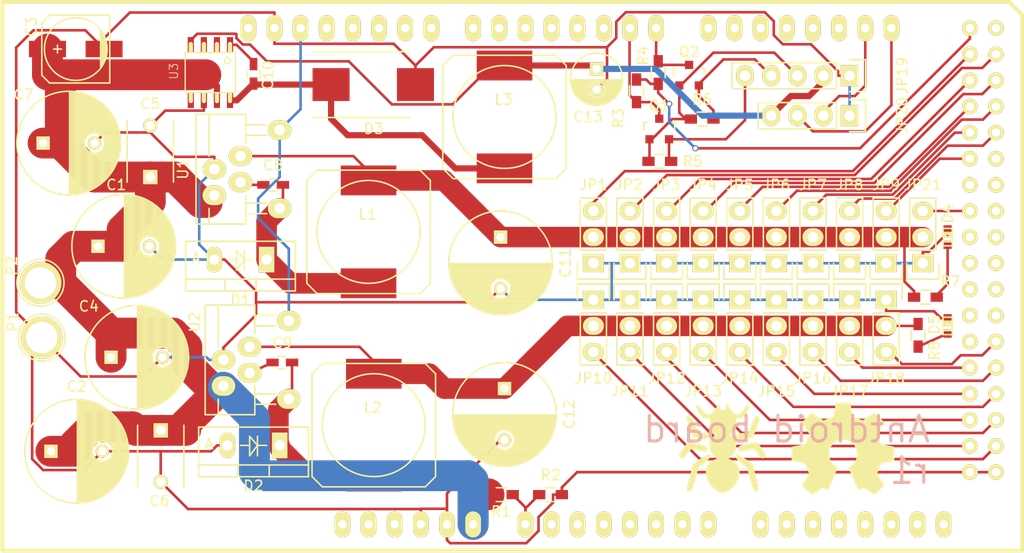
<source format=kicad_pcb>
(kicad_pcb (version 20171130) (host pcbnew "(5.1.12)-1")
  (title_block (title Antdroid-board) (date 2015-07-13) (rev r1.0.0) (company "Alexander Gil Casas"))
  (layers (0 F.Cu mixed) (31 B.Cu power) (34 B.Paste user hide) (35 F.Paste user hide) (36 B.SilkS user hide) (37 F.SilkS user hide) (38 B.Mask user hide) (39 F.Mask user hide) (44 Edge.Cuts user))
  (net 0 "")
  (net 1 VCC)
  (net 2 GND)
  (net 3 "Net-(C8-Pad1)")
  (net 4 "Net-(C8-Pad2)")
  (net 5 "Net-(C9-Pad1)")
  (net 6 "Net-(C9-Pad2)")
  (net 7 "Net-(C10-Pad1)")
  (net 8 "Net-(C10-Pad2)")
  (net 9 +5VA)
  (net 10 +5VD)
  (net 11 +5V)
  (net 12 "Net-(D4-Pad2)")
  (net 13 "Net-(D5-Pad2)")
  (net 14 /LFC)
  (net 15 /LFF)
  (net 16 /LFT)
  (net 17 /LMC)
  (net 18 /LMF)
  (net 19 /LMT)
  (net 20 /LRC)
  (net 21 /LRF)
  (net 22 /LRT)
  (net 23 /RFC)
  (net 24 /RFF)
  (net 25 /RFT)
  (net 26 /RMC)
  (net 27 /RMF)
  (net 28 /RMT)
  (net 29 /RRC)
  (net 30 /RRF)
  (net 31 /RRT)
  (net 32 /RPI_RX)
  (net 33 /RPI_TX)
  (net 34 +3V3)
  (net 35 /TX0)
  (net 36 /RX0)
  (net 37 "Net-(R1-Pad2)")
  (net 38 +5VP)
  (net 39 "Net-(SHIELD1-Pad14)")
  (net 40 "Net-(SHIELD1-Pad15)")
  (net 41 "Net-(SHIELD1-Pad16)")
  (net 42 "Net-(SHIELD1-Pad17)")
  (net 43 "Net-(SHIELD1-Pad18)")
  (net 44 "Net-(SHIELD1-Pad19)")
  (net 45 "Net-(SHIELD1-PadAD15)")
  (net 46 "Net-(SHIELD1-PadAD14)")
  (net 47 "Net-(SHIELD1-PadAD13)")
  (net 48 "Net-(SHIELD1-PadAD12)")
  (net 49 "Net-(SHIELD1-PadAD7)")
  (net 50 "Net-(SHIELD1-PadAD6)")
  (net 51 "Net-(SHIELD1-PadAD9)")
  (net 52 "Net-(SHIELD1-PadAD10)")
  (net 53 "Net-(SHIELD1-PadAD11)")
  (net 54 "Net-(SHIELD1-PadAD5)")
  (net 55 "Net-(SHIELD1-PadAD4)")
  (net 56 "Net-(SHIELD1-PadAD3)")
  (net 57 "Net-(SHIELD1-PadAD1)")
  (net 58 "Net-(SHIELD1-PadAD2)")
  (net 59 "Net-(SHIELD1-Pad3V3)")
  (net 60 "Net-(SHIELD1-PadRST)")
  (net 61 "Net-(SHIELD1-Pad2)")
  (net 62 "Net-(SHIELD1-Pad3)")
  (net 63 "Net-(SHIELD1-Pad4)")
  (net 64 "Net-(SHIELD1-Pad5)")
  (net 65 "Net-(SHIELD1-Pad6)")
  (net 66 "Net-(SHIELD1-Pad7)")
  (net 67 "Net-(SHIELD1-Pad8)")
  (net 68 "Net-(SHIELD1-Pad9)")
  (net 69 "Net-(SHIELD1-Pad10)")
  (net 70 "Net-(SHIELD1-Pad11)")
  (net 71 "Net-(SHIELD1-Pad12)")
  (net 72 "Net-(SHIELD1-PadAREF)")
  (net 73 "Net-(SHIELD1-Pad5V_5)")
  (net 74 "Net-(SHIELD1-Pad31)")
  (net 75 "Net-(SHIELD1-Pad32)")
  (net 76 /SERVO_ON)
  (net 77 "Net-(U3-Pad5)")
  (net 78 "Net-(SHIELD1-PadAD8)")
  (net 79 "Net-(SHIELD1-Pad5V)")
  (net 80 "Net-(JP20-Pad2)")
  (net 81 "Net-(JP20-Pad3)")
  (net 82 "Net-(SHIELD1-Pad35)")
  (net 83 "Net-(SHIELD1-Pad36)")
  (net 84 "Net-(SHIELD1-Pad37)")
  (net 85 "Net-(SHIELD1-Pad38)")
  (net 86 "Net-(SHIELD1-Pad39)")
  (net 87 "Net-(SHIELD1-Pad40)")
  (net 88 "Net-(SHIELD1-Pad41)")
  (net 89 "Net-(SHIELD1-Pad42)")
  (net 90 "Net-(SHIELD1-Pad43)")
  (net 91 "Net-(SHIELD1-Pad44)")
  (net 92 "Net-(SHIELD1-Pad33)")
  (net 93 /AUX)
  (module antdroid-board:ArduinoMegaShield (layer F.Cu) (at 99.441 126.492)
    (fp_text reference SHIELD1 hide)
    (fp_text value ARDUINO_MEGA_SHIELD hide)
    (pad 14 thru_hole oval (at 68.58 -50.8 90) (size 2.54 1.524) (drill 0.8128) (layers *.Cu *.Mask F.SilkS) (net 39 "Net-(SHIELD1-Pad14)"))
    (pad 15 thru_hole oval (at 71.12 -50.8 90) (size 2.54 1.524) (drill 0.8128) (layers *.Cu *.Mask F.SilkS) (net 40 "Net-(SHIELD1-Pad15)"))
    (pad 16 thru_hole oval (at 73.66 -50.8 90) (size 2.54 1.524) (drill 0.8128) (layers *.Cu *.Mask F.SilkS) (net 41 "Net-(SHIELD1-Pad16)"))
    (pad 17 thru_hole oval (at 76.2 -50.8 90) (size 2.54 1.524) (drill 0.8128) (layers *.Cu *.Mask F.SilkS) (net 42 "Net-(SHIELD1-Pad17)"))
    (pad 18 thru_hole oval (at 78.74 -50.8 90) (size 2.54 1.524) (drill 0.8128) (layers *.Cu *.Mask F.SilkS) (net 43 "Net-(SHIELD1-Pad18)"))
    (pad 19 thru_hole oval (at 81.28 -50.8 90) (size 2.54 1.524) (drill 0.8128) (layers *.Cu *.Mask F.SilkS) (net 44 "Net-(SHIELD1-Pad19)"))
    (pad 20 thru_hole oval (at 83.82 -50.8 90) (size 2.54 1.524) (drill 0.8128) (layers *.Cu *.Mask F.SilkS) (net 80 "Net-(JP20-Pad2)"))
    (pad 21 thru_hole oval (at 86.36 -50.8 90) (size 2.54 1.524) (drill 0.8128) (layers *.Cu *.Mask F.SilkS) (net 81 "Net-(JP20-Pad3)"))
    (pad AD15 thru_hole oval (at 91.44 -2.54 90) (size 2.54 1.524) (drill 0.8128) (layers *.Cu *.Mask F.SilkS) (net 45 "Net-(SHIELD1-PadAD15)"))
    (pad AD14 thru_hole oval (at 88.9 -2.54 90) (size 2.54 1.524) (drill 0.8128) (layers *.Cu *.Mask F.SilkS) (net 46 "Net-(SHIELD1-PadAD14)"))
    (pad AD13 thru_hole oval (at 86.36 -2.54 90) (size 2.54 1.524) (drill 0.8128) (layers *.Cu *.Mask F.SilkS) (net 47 "Net-(SHIELD1-PadAD13)"))
    (pad AD12 thru_hole oval (at 83.82 -2.54 90) (size 2.54 1.524) (drill 0.8128) (layers *.Cu *.Mask F.SilkS) (net 48 "Net-(SHIELD1-PadAD12)"))
    (pad AD8 thru_hole oval (at 73.66 -2.54 90) (size 2.54 1.524) (drill 0.8128) (layers *.Cu *.Mask F.SilkS) (net 78 "Net-(SHIELD1-PadAD8)"))
    (pad AD7 thru_hole oval (at 68.58 -2.54 90) (size 2.54 1.524) (drill 0.8128) (layers *.Cu *.Mask F.SilkS) (net 49 "Net-(SHIELD1-PadAD7)"))
    (pad AD6 thru_hole oval (at 66.04 -2.54 90) (size 2.54 1.524) (drill 0.8128) (layers *.Cu *.Mask F.SilkS) (net 50 "Net-(SHIELD1-PadAD6)"))
    (pad AD9 thru_hole oval (at 76.2 -2.54 90) (size 2.54 1.524) (drill 0.8128) (layers *.Cu *.Mask F.SilkS) (net 51 "Net-(SHIELD1-PadAD9)"))
    (pad AD10 thru_hole oval (at 78.74 -2.54 90) (size 2.54 1.524) (drill 0.8128) (layers *.Cu *.Mask F.SilkS) (net 52 "Net-(SHIELD1-PadAD10)"))
    (pad AD11 thru_hole oval (at 81.28 -2.54 90) (size 2.54 1.524) (drill 0.8128) (layers *.Cu *.Mask F.SilkS) (net 53 "Net-(SHIELD1-PadAD11)"))
    (pad AD5 thru_hole oval (at 63.5 -2.54 90) (size 2.54 1.524) (drill 0.8128) (layers *.Cu *.Mask F.SilkS) (net 54 "Net-(SHIELD1-PadAD5)"))
    (pad AD4 thru_hole oval (at 60.96 -2.54 90) (size 2.54 1.524) (drill 0.8128) (layers *.Cu *.Mask F.SilkS) (net 55 "Net-(SHIELD1-PadAD4)"))
    (pad AD3 thru_hole oval (at 58.42 -2.54 90) (size 2.54 1.524) (drill 0.8128) (layers *.Cu *.Mask F.SilkS) (net 56 "Net-(SHIELD1-PadAD3)"))
    (pad AD0 thru_hole oval (at 50.8 -2.54 90) (size 2.54 1.524) (drill 0.8128) (layers *.Cu *.Mask F.SilkS) (net 37 "Net-(R1-Pad2)"))
    (pad AD1 thru_hole oval (at 53.34 -2.54 90) (size 2.54 1.524) (drill 0.8128) (layers *.Cu *.Mask F.SilkS) (net 57 "Net-(SHIELD1-PadAD1)"))
    (pad AD2 thru_hole oval (at 55.88 -2.54 90) (size 2.54 1.524) (drill 0.8128) (layers *.Cu *.Mask F.SilkS) (net 58 "Net-(SHIELD1-PadAD2)"))
    (pad V_IN thru_hole oval (at 45.72 -2.54 90) (size 2.54 1.524) (drill 0.8128) (layers *.Cu *.Mask F.SilkS) (net 1 VCC))
    (pad GND2 thru_hole oval (at 43.18 -2.54 90) (size 2.54 1.524) (drill 0.8128) (layers *.Cu *.Mask F.SilkS) (net 2 GND))
    (pad GND1 thru_hole oval (at 40.64 -2.54 90) (size 2.54 1.524) (drill 0.8128) (layers *.Cu *.Mask F.SilkS) (net 2 GND))
    (pad 3V3 thru_hole oval (at 35.56 -2.54 90) (size 2.54 1.524) (drill 0.8128) (layers *.Cu *.Mask F.SilkS) (net 59 "Net-(SHIELD1-Pad3V3)"))
    (pad RST thru_hole oval (at 33.02 -2.54 90) (size 2.54 1.524) (drill 0.8128) (layers *.Cu *.Mask F.SilkS) (net 60 "Net-(SHIELD1-PadRST)"))
    (pad 0 thru_hole oval (at 63.5 -50.8 90) (size 2.54 1.524) (drill 0.8128) (layers *.Cu *.Mask F.SilkS) (net 36 /RX0))
    (pad 1 thru_hole oval (at 60.96 -50.8 90) (size 2.54 1.524) (drill 0.8128) (layers *.Cu *.Mask F.SilkS) (net 35 /TX0))
    (pad 2 thru_hole oval (at 58.42 -50.8 90) (size 2.54 1.524) (drill 0.8128) (layers *.Cu *.Mask F.SilkS) (net 61 "Net-(SHIELD1-Pad2)"))
    (pad 3 thru_hole oval (at 55.88 -50.8 90) (size 2.54 1.524) (drill 0.8128) (layers *.Cu *.Mask F.SilkS) (net 62 "Net-(SHIELD1-Pad3)"))
    (pad 4 thru_hole oval (at 53.34 -50.8 90) (size 2.54 1.524) (drill 0.8128) (layers *.Cu *.Mask F.SilkS) (net 63 "Net-(SHIELD1-Pad4)"))
    (pad 5 thru_hole oval (at 50.8 -50.8 90) (size 2.54 1.524) (drill 0.8128) (layers *.Cu *.Mask F.SilkS) (net 64 "Net-(SHIELD1-Pad5)"))
    (pad 6 thru_hole oval (at 48.26 -50.8 90) (size 2.54 1.524) (drill 0.8128) (layers *.Cu *.Mask F.SilkS) (net 65 "Net-(SHIELD1-Pad6)"))
    (pad 7 thru_hole oval (at 45.72 -50.8 90) (size 2.54 1.524) (drill 0.8128) (layers *.Cu *.Mask F.SilkS) (net 66 "Net-(SHIELD1-Pad7)"))
    (pad 8 thru_hole oval (at 41.656 -50.8 90) (size 2.54 1.524) (drill 0.8128) (layers *.Cu *.Mask F.SilkS) (net 67 "Net-(SHIELD1-Pad8)"))
    (pad 9 thru_hole oval (at 39.116 -50.8 90) (size 2.54 1.524) (drill 0.8128) (layers *.Cu *.Mask F.SilkS) (net 68 "Net-(SHIELD1-Pad9)"))
    (pad 10 thru_hole oval (at 36.576 -50.8 90) (size 2.54 1.524) (drill 0.8128) (layers *.Cu *.Mask F.SilkS) (net 69 "Net-(SHIELD1-Pad10)"))
    (pad 11 thru_hole oval (at 34.036 -50.8 90) (size 2.54 1.524) (drill 0.8128) (layers *.Cu *.Mask F.SilkS) (net 70 "Net-(SHIELD1-Pad11)"))
    (pad 12 thru_hole oval (at 31.496 -50.8 90) (size 2.54 1.524) (drill 0.8128) (layers *.Cu *.Mask F.SilkS) (net 71 "Net-(SHIELD1-Pad12)"))
    (pad 13 thru_hole oval (at 28.956 -50.8 90) (size 2.54 1.524) (drill 0.8128) (layers *.Cu *.Mask F.SilkS) (net 76 /SERVO_ON))
    (pad GND3 thru_hole oval (at 26.416 -50.8 90) (size 2.54 1.524) (drill 0.8128) (layers *.Cu *.Mask F.SilkS) (net 2 GND))
    (pad AREF thru_hole oval (at 23.876 -50.8 90) (size 2.54 1.524) (drill 0.8128) (layers *.Cu *.Mask F.SilkS) (net 72 "Net-(SHIELD1-PadAREF)"))
    (pad 5V thru_hole oval (at 38.1 -2.54 90) (size 2.54 1.524) (drill 0.8128) (layers *.Cu *.Mask F.SilkS) (net 79 "Net-(SHIELD1-Pad5V)"))
    (pad 22 thru_hole circle (at 93.98 -48.26) (size 1.524 1.524) (drill 0.8128) (layers *.Cu *.Mask F.SilkS) (net 14 /LFC))
    (pad 23 thru_hole circle (at 96.52 -48.26) (size 1.524 1.524) (drill 0.8128) (layers *.Cu *.Mask F.SilkS) (net 15 /LFF))
    (pad 24 thru_hole circle (at 93.98 -45.72) (size 1.524 1.524) (drill 0.8128) (layers *.Cu *.Mask F.SilkS) (net 16 /LFT))
    (pad 25 thru_hole circle (at 96.52 -45.72) (size 1.524 1.524) (drill 0.8128) (layers *.Cu *.Mask F.SilkS) (net 17 /LMC))
    (pad 26 thru_hole circle (at 93.98 -43.18) (size 1.524 1.524) (drill 0.8128) (layers *.Cu *.Mask F.SilkS) (net 18 /LMF))
    (pad 27 thru_hole circle (at 96.52 -43.18) (size 1.524 1.524) (drill 0.8128) (layers *.Cu *.Mask F.SilkS) (net 19 /LMT))
    (pad 28 thru_hole circle (at 93.98 -40.64) (size 1.524 1.524) (drill 0.8128) (layers *.Cu *.Mask F.SilkS) (net 20 /LRC))
    (pad 29 thru_hole circle (at 96.52 -40.64) (size 1.524 1.524) (drill 0.8128) (layers *.Cu *.Mask F.SilkS) (net 21 /LRF))
    (pad 5V_4 thru_hole circle (at 93.98 -50.8) (size 1.524 1.524) (drill 0.8128) (layers *.Cu *.Mask F.SilkS) (net 38 +5VP))
    (pad 5V_5 thru_hole circle (at 96.52 -50.8) (size 1.524 1.524) (drill 0.8128) (layers *.Cu *.Mask F.SilkS) (net 73 "Net-(SHIELD1-Pad5V_5)"))
    (pad 31 thru_hole circle (at 96.52 -38.1) (size 1.524 1.524) (drill 0.8128) (layers *.Cu *.Mask F.SilkS) (net 74 "Net-(SHIELD1-Pad31)"))
    (pad 30 thru_hole circle (at 93.98 -38.1) (size 1.524 1.524) (drill 0.8128) (layers *.Cu *.Mask F.SilkS) (net 22 /LRT))
    (pad 32 thru_hole circle (at 93.98 -35.56) (size 1.524 1.524) (drill 0.8128) (layers *.Cu *.Mask F.SilkS) (net 75 "Net-(SHIELD1-Pad32)"))
    (pad 33 thru_hole circle (at 96.52 -35.56) (size 1.524 1.524) (drill 0.8128) (layers *.Cu *.Mask F.SilkS) (net 92 "Net-(SHIELD1-Pad33)"))
    (pad 34 thru_hole circle (at 93.98 -33.02) (size 1.524 1.524) (drill 0.8128) (layers *.Cu *.Mask F.SilkS) (net 93 /AUX))
    (pad 35 thru_hole circle (at 96.52 -33.02) (size 1.524 1.524) (drill 0.8128) (layers *.Cu *.Mask F.SilkS) (net 82 "Net-(SHIELD1-Pad35)"))
    (pad 36 thru_hole circle (at 93.98 -30.48) (size 1.524 1.524) (drill 0.8128) (layers *.Cu *.Mask F.SilkS) (net 83 "Net-(SHIELD1-Pad36)"))
    (pad 37 thru_hole circle (at 96.52 -30.48) (size 1.524 1.524) (drill 0.8128) (layers *.Cu *.Mask F.SilkS) (net 84 "Net-(SHIELD1-Pad37)"))
    (pad 38 thru_hole circle (at 93.98 -27.94) (size 1.524 1.524) (drill 0.8128) (layers *.Cu *.Mask F.SilkS) (net 85 "Net-(SHIELD1-Pad38)"))
    (pad 39 thru_hole circle (at 96.52 -27.94) (size 1.524 1.524) (drill 0.8128) (layers *.Cu *.Mask F.SilkS) (net 86 "Net-(SHIELD1-Pad39)"))
    (pad 40 thru_hole circle (at 93.98 -25.4) (size 1.524 1.524) (drill 0.8128) (layers *.Cu *.Mask F.SilkS) (net 87 "Net-(SHIELD1-Pad40)"))
    (pad 41 thru_hole circle (at 96.52 -25.4) (size 1.524 1.524) (drill 0.8128) (layers *.Cu *.Mask F.SilkS) (net 88 "Net-(SHIELD1-Pad41)"))
    (pad 42 thru_hole circle (at 93.98 -22.86) (size 1.524 1.524) (drill 0.8128) (layers *.Cu *.Mask F.SilkS) (net 89 "Net-(SHIELD1-Pad42)"))
    (pad 43 thru_hole circle (at 96.52 -22.86) (size 1.524 1.524) (drill 0.8128) (layers *.Cu *.Mask F.SilkS) (net 90 "Net-(SHIELD1-Pad43)"))
    (pad 44 thru_hole circle (at 93.98 -20.32) (size 1.524 1.524) (drill 0.8128) (layers *.Cu *.Mask F.SilkS) (net 91 "Net-(SHIELD1-Pad44)"))
    (pad 45 thru_hole circle (at 96.52 -20.32) (size 1.524 1.524) (drill 0.8128) (layers *.Cu *.Mask F.SilkS) (net 31 /RRT))
    (pad 46 thru_hole circle (at 93.98 -17.78) (size 1.524 1.524) (drill 0.8128) (layers *.Cu *.Mask F.SilkS) (net 30 /RRF))
    (pad 47 thru_hole circle (at 96.52 -17.78) (size 1.524 1.524) (drill 0.8128) (layers *.Cu *.Mask F.SilkS) (net 29 /RRC))
    (pad 48 thru_hole circle (at 93.98 -15.24) (size 1.524 1.524) (drill 0.8128) (layers *.Cu *.Mask F.SilkS) (net 28 /RMT))
    (pad 49 thru_hole circle (at 96.52 -15.24) (size 1.524 1.524) (drill 0.8128) (layers *.Cu *.Mask F.SilkS) (net 27 /RMF))
    (pad 50 thru_hole circle (at 93.98 -12.7) (size 1.524 1.524) (drill 0.8128) (layers *.Cu *.Mask F.SilkS) (net 26 /RMC))
    (pad 51 thru_hole circle (at 96.52 -12.7) (size 1.524 1.524) (drill 0.8128) (layers *.Cu *.Mask F.SilkS) (net 25 /RFT))
    (pad 52 thru_hole circle (at 93.98 -10.16) (size 1.524 1.524) (drill 0.8128) (layers *.Cu *.Mask F.SilkS) (net 24 /RFF))
    (pad 53 thru_hole circle (at 96.52 -10.16) (size 1.524 1.524) (drill 0.8128) (layers *.Cu *.Mask F.SilkS) (net 23 /RFC))
    (pad GND4 thru_hole circle (at 93.98 -7.62) (size 1.524 1.524) (drill 0.8128) (layers *.Cu *.Mask F.SilkS) (net 2 GND))
    (pad GND5 thru_hole circle (at 96.52 -7.62) (size 1.524 1.524) (drill 0.8128) (layers *.Cu *.Mask F.SilkS) (net 2 GND))
  )
  (module OSHW-logo:OSHW-logo_silkscreen-front_10mm (layer F.Cu) (at 181.102 116.586)
    (fp_text reference G***_2 hide)
    (fp_text value OSHW-logo_silkscreen-front_10mm hide)
  )
  (module antdroid-board:C_Radial_D10_L13_P5 (layer F.Cu) (at 108.712 96.901)
    (fp_text reference C1 (at 1.778 -5.969) (layer F.SilkS))
    (fp_text value 470µF/25V)
    (pad 1 thru_hole rect (at 0 0) (size 1.3 1.3) (drill 0.8) (layers *.Cu *.Mask F.SilkS) (net 1 VCC))
    (pad 2 thru_hole circle (at 5 0) (size 1.3 1.3) (drill 0.8) (layers *.Cu *.Mask F.SilkS) (net 2 GND))
  )
  (module antdroid-board:C_Radial_D10_L13_P5 (layer F.Cu) (at 104.14 116.84)
    (fp_text reference C2 (at 2.5 -6.3) (layer F.SilkS))
    (fp_text value 470µF/25V)
    (pad 1 thru_hole rect (at 0 0) (size 1.3 1.3) (drill 0.8) (layers *.Cu *.Mask F.SilkS) (net 1 VCC))
    (pad 2 thru_hole circle (at 5 0) (size 1.3 1.3) (drill 0.8) (layers *.Cu *.Mask F.SilkS) (net 2 GND))
  )
  (module antdroid-board:C_Radial_D10_L13_P5 (layer F.Cu) (at 103.378 86.868)
    (fp_text reference C3 (at -1.143 -11.303 90) (layer F.SilkS))
    (fp_text value 470µF/25V)
    (pad 1 thru_hole rect (at 0 0) (size 1.3 1.3) (drill 0.8) (layers *.Cu *.Mask F.SilkS) (net 1 VCC))
    (pad 2 thru_hole circle (at 5 0) (size 1.3 1.3) (drill 0.8) (layers *.Cu *.Mask F.SilkS) (net 2 GND))
  )
  (module antdroid-board:C_Radial_D10_L13_P5 (layer F.Cu) (at 109.982 107.696)
    (fp_text reference C4 (at -2.159 -4.953) (layer F.SilkS))
    (fp_text value 470µF/25V)
    (pad 1 thru_hole rect (at 0 0) (size 1.3 1.3) (drill 0.8) (layers *.Cu *.Mask F.SilkS) (net 1 VCC))
    (pad 2 thru_hole circle (at 5 0) (size 1.3 1.3) (drill 0.8) (layers *.Cu *.Mask F.SilkS) (net 2 GND))
  )
  (module antdroid-board:C_Disc_D6_P5 (layer F.Cu) (at 113.792 90.17 90)
    (fp_text reference C5 (at 7.112 0 180) (layer F.SilkS))
    (fp_text value 0.47µF)
    (pad 1 thru_hole rect (at 0 0 90) (size 1.4 1.4) (drill 0.9) (layers *.Cu *.Mask F.SilkS) (net 1 VCC))
    (pad 2 thru_hole circle (at 5 0 90) (size 1.4 1.4) (drill 0.9) (layers *.Cu *.Mask F.SilkS) (net 2 GND))
  )
  (module antdroid-board:C_Disc_D6_P5 (layer F.Cu) (at 114.808 114.808 270)
    (fp_text reference C6 (at 6.858 0.127) (layer F.SilkS))
    (fp_text value 0.47µF)
    (pad 1 thru_hole rect (at 0 0 270) (size 1.4 1.4) (drill 0.9) (layers *.Cu *.Mask F.SilkS) (net 1 VCC))
    (pad 2 thru_hole circle (at 5 0 270) (size 1.4 1.4) (drill 0.9) (layers *.Cu *.Mask F.SilkS) (net 2 GND))
  )
  (module antdroid-board:c_elec_6.3x7.7 (layer F.Cu) (at 106.553 77.724 180)
    (fp_text reference C7 (at 5.08 -4.445 180) (layer F.SilkS))
    (fp_text value 100µF/25V)
    (pad 1 smd rect (at 2.75082 0 180) (size 3.59918 1.6002) (layers F.Cu F.Paste F.Mask) (net 1 VCC))
    (pad 2 smd rect (at -2.75082 0 180) (size 3.59918 1.6002) (layers F.Cu F.Paste F.Mask) (net 2 GND))
  )
  (module antdroid-board:C_0603_HandSoldering (layer F.Cu) (at 125.73 90.932)
    (fp_text reference C8 (at 0 -1.9) (layer F.SilkS))
    (fp_text value 10nF)
    (pad 1 smd rect (at -0.95 0) (size 1.2 0.75) (layers F.Cu F.Paste F.Mask) (net 3 "Net-(C8-Pad1)"))
    (pad 2 smd rect (at 0.95 0) (size 1.2 0.75) (layers F.Cu F.Paste F.Mask) (net 4 "Net-(C8-Pad2)"))
  )
  (module antdroid-board:C_0603_HandSoldering (layer F.Cu) (at 126.619 108.204)
    (fp_text reference C9 (at 0 -1.9) (layer F.SilkS))
    (fp_text value 10nF)
    (pad 1 smd rect (at -0.95 0) (size 1.2 0.75) (layers F.Cu F.Paste F.Mask) (net 5 "Net-(C9-Pad1)"))
    (pad 2 smd rect (at 0.95 0) (size 1.2 0.75) (layers F.Cu F.Paste F.Mask) (net 6 "Net-(C9-Pad2)"))
  )
  (module antdroid-board:C_0603_HandSoldering (layer F.Cu) (at 123.825 80.137 90)
    (fp_text reference C10 (at -0.127 1.397 90) (layer F.SilkS))
    (fp_text value 10nF)
    (pad 1 smd rect (at -0.95 0 90) (size 1.2 0.75) (layers F.Cu F.Paste F.Mask) (net 7 "Net-(C10-Pad1)"))
    (pad 2 smd rect (at 0.95 0 90) (size 1.2 0.75) (layers F.Cu F.Paste F.Mask) (net 8 "Net-(C10-Pad2)"))
  )
  (module antdroid-board:C_Radial_D5_L11_P2 (layer F.Cu) (at 157.15 79.6544 270)
    (fp_text reference C13 (at 4.6736 0.8128) (layer F.SilkS))
    (fp_text value 100µF/16V)
    (pad 1 thru_hole rect (at 0 0 270) (size 1.3 1.3) (drill 0.8) (layers *.Cu *.Mask F.SilkS) (net 11 +5V))
    (pad 2 thru_hole circle (at 2 0 270) (size 1.3 1.3) (drill 0.8) (layers *.Cu *.Mask F.SilkS) (net 2 GND))
  )
  (module antdroid-board:Diode_TO-220_Vertical (layer F.Cu) (at 125.095 98.1964 180)
    (fp_text reference D1 (at 2.54762 -3.92938 180) (layer F.SilkS))
    (fp_text value MBR745G)
    (fp_text user A (at 6.858 0.127 180) (layer F.SilkS))
    (pad 1 thru_hole rect (at 0 0 270) (size 2.49936 1.50114) (drill 1.00076) (layers *.Cu *.Mask F.SilkS) (net 4 "Net-(C8-Pad2)"))
    (pad 2 thru_hole oval (at 5.08 0 270) (size 2.49936 1.50114) (drill 1.00076) (layers *.Cu *.Mask F.SilkS) (net 2 GND))
  )
  (module antdroid-board:Diode_TO-220_Vertical (layer F.Cu) (at 126.365 116.268 180)
    (fp_text reference D2 (at 2.54762 -3.92938 180) (layer F.SilkS))
    (fp_text value MBR745G)
    (fp_text user A (at 6.858 0.127 180) (layer F.SilkS))
    (pad 1 thru_hole rect (at 0 0 270) (size 2.49936 1.50114) (drill 1.00076) (layers *.Cu *.Mask F.SilkS) (net 6 "Net-(C9-Pad2)"))
    (pad 2 thru_hole oval (at 5.08 0 270) (size 2.49936 1.50114) (drill 1.00076) (layers *.Cu *.Mask F.SilkS) (net 2 GND))
  )
  (module antdroid-board:Diode-DO-214AB_Handsoldering (layer F.Cu) (at 135.458 81.1784)
    (fp_text reference D3 (at 0.0508 4.2926) (layer F.SilkS))
    (fp_text value MBRS340)
    (pad 2 smd rect (at 4.1 0) (size 3.6 3.2) (layers F.Cu F.Paste F.Mask) (net 2 GND))
    (pad 1 smd rect (at -4.1 0) (size 3.6 3.2) (layers F.Cu F.Paste F.Mask) (net 7 "Net-(C10-Pad1)"))
  )
  (module antdroid-board:Pin_Header_Straight_1x03 (layer F.Cu) (at 156.845 98.552 180)
    (fp_text reference JP1 (at 0 7.62 180) (layer F.SilkS))
    (fp_text value PINHD-1X3_2.54)
    (pad 1 thru_hole rect (at 0 0 180) (size 2.032 1.7272) (drill 1.016) (layers *.Cu *.Mask F.SilkS) (net 2 GND))
    (pad 2 thru_hole oval (at 0 2.54 180) (size 2.032 1.7272) (drill 1.016) (layers *.Cu *.Mask F.SilkS) (net 9 +5VA))
    (pad 3 thru_hole oval (at 0 5.08 180) (size 2.032 1.7272) (drill 1.016) (layers *.Cu *.Mask F.SilkS) (net 14 /LFC))
  )
  (module antdroid-board:Pin_Header_Straight_1x03 (layer F.Cu) (at 160.401 98.552 180)
    (fp_text reference JP2 (at 0.127 7.62 180) (layer F.SilkS))
    (fp_text value PINHD-1X3_2.54)
    (pad 1 thru_hole rect (at 0 0 180) (size 2.032 1.7272) (drill 1.016) (layers *.Cu *.Mask F.SilkS) (net 2 GND))
    (pad 2 thru_hole oval (at 0 2.54 180) (size 2.032 1.7272) (drill 1.016) (layers *.Cu *.Mask F.SilkS) (net 9 +5VA))
    (pad 3 thru_hole oval (at 0 5.08 180) (size 2.032 1.7272) (drill 1.016) (layers *.Cu *.Mask F.SilkS) (net 15 /LFF))
  )
  (module antdroid-board:Pin_Header_Straight_1x03 (layer F.Cu) (at 163.957 98.552 180)
    (fp_text reference JP3 (at 0 7.62 180) (layer F.SilkS))
    (fp_text value PINHD-1X3_2.54)
    (pad 1 thru_hole rect (at 0 0 180) (size 2.032 1.7272) (drill 1.016) (layers *.Cu *.Mask F.SilkS) (net 2 GND))
    (pad 2 thru_hole oval (at 0 2.54 180) (size 2.032 1.7272) (drill 1.016) (layers *.Cu *.Mask F.SilkS) (net 9 +5VA))
    (pad 3 thru_hole oval (at 0 5.08 180) (size 2.032 1.7272) (drill 1.016) (layers *.Cu *.Mask F.SilkS) (net 16 /LFT))
  )
  (module antdroid-board:Pin_Header_Straight_1x03 (layer F.Cu) (at 167.513 98.552 180)
    (fp_text reference JP4 (at 0 7.62 180) (layer F.SilkS))
    (fp_text value PINHD-1X3_2.54)
    (pad 1 thru_hole rect (at 0 0 180) (size 2.032 1.7272) (drill 1.016) (layers *.Cu *.Mask F.SilkS) (net 2 GND))
    (pad 2 thru_hole oval (at 0 2.54 180) (size 2.032 1.7272) (drill 1.016) (layers *.Cu *.Mask F.SilkS) (net 9 +5VA))
    (pad 3 thru_hole oval (at 0 5.08 180) (size 2.032 1.7272) (drill 1.016) (layers *.Cu *.Mask F.SilkS) (net 17 /LMC))
  )
  (module antdroid-board:Pin_Header_Straight_1x03 (layer F.Cu) (at 171.069 98.552 180)
    (fp_text reference JP5 (at 0 7.62 180) (layer F.SilkS))
    (fp_text value PINHD-1X3_2.54)
    (pad 1 thru_hole rect (at 0 0 180) (size 2.032 1.7272) (drill 1.016) (layers *.Cu *.Mask F.SilkS) (net 2 GND))
    (pad 2 thru_hole oval (at 0 2.54 180) (size 2.032 1.7272) (drill 1.016) (layers *.Cu *.Mask F.SilkS) (net 9 +5VA))
    (pad 3 thru_hole oval (at 0 5.08 180) (size 2.032 1.7272) (drill 1.016) (layers *.Cu *.Mask F.SilkS) (net 18 /LMF))
  )
  (module antdroid-board:Pin_Header_Straight_1x03 (layer F.Cu) (at 174.625 98.552 180)
    (fp_text reference JP6 (at 0 7.62 180) (layer F.SilkS))
    (fp_text value PINHD-1X3_2.54)
    (pad 1 thru_hole rect (at 0 0 180) (size 2.032 1.7272) (drill 1.016) (layers *.Cu *.Mask F.SilkS) (net 2 GND))
    (pad 2 thru_hole oval (at 0 2.54 180) (size 2.032 1.7272) (drill 1.016) (layers *.Cu *.Mask F.SilkS) (net 9 +5VA))
    (pad 3 thru_hole oval (at 0 5.08 180) (size 2.032 1.7272) (drill 1.016) (layers *.Cu *.Mask F.SilkS) (net 19 /LMT))
  )
  (module antdroid-board:Pin_Header_Straight_1x03 (layer F.Cu) (at 178.181 98.552 180)
    (fp_text reference JP7 (at 0 7.62 180) (layer F.SilkS))
    (fp_text value PINHD-1X3_2.54)
    (pad 1 thru_hole rect (at 0 0 180) (size 2.032 1.7272) (drill 1.016) (layers *.Cu *.Mask F.SilkS) (net 2 GND))
    (pad 2 thru_hole oval (at 0 2.54 180) (size 2.032 1.7272) (drill 1.016) (layers *.Cu *.Mask F.SilkS) (net 9 +5VA))
    (pad 3 thru_hole oval (at 0 5.08 180) (size 2.032 1.7272) (drill 1.016) (layers *.Cu *.Mask F.SilkS) (net 20 /LRC))
  )
  (module antdroid-board:Pin_Header_Straight_1x03 (layer F.Cu) (at 181.737 98.552 180)
    (fp_text reference JP8 (at 0 7.62 180) (layer F.SilkS))
    (fp_text value PINHD-1X3_2.54)
    (pad 1 thru_hole rect (at 0 0 180) (size 2.032 1.7272) (drill 1.016) (layers *.Cu *.Mask F.SilkS) (net 2 GND))
    (pad 2 thru_hole oval (at 0 2.54 180) (size 2.032 1.7272) (drill 1.016) (layers *.Cu *.Mask F.SilkS) (net 9 +5VA))
    (pad 3 thru_hole oval (at 0 5.08 180) (size 2.032 1.7272) (drill 1.016) (layers *.Cu *.Mask F.SilkS) (net 21 /LRF))
  )
  (module antdroid-board:Pin_Header_Straight_1x03 (layer F.Cu) (at 185.293 98.552 180)
    (fp_text reference JP9 (at 0 7.62 180) (layer F.SilkS))
    (fp_text value PINHD-1X3_2.54)
    (pad 1 thru_hole rect (at 0 0 180) (size 2.032 1.7272) (drill 1.016) (layers *.Cu *.Mask F.SilkS) (net 2 GND))
    (pad 2 thru_hole oval (at 0 2.54 180) (size 2.032 1.7272) (drill 1.016) (layers *.Cu *.Mask F.SilkS) (net 9 +5VA))
    (pad 3 thru_hole oval (at 0 5.08 180) (size 2.032 1.7272) (drill 1.016) (layers *.Cu *.Mask F.SilkS) (net 22 /LRT))
  )
  (module antdroid-board:Pin_Header_Straight_1x03 (layer F.Cu) (at 156.845 102.108)
    (fp_text reference JP10 (at 0 7.62) (layer F.SilkS))
    (fp_text value PINHD-1X3_2.54)
    (pad 1 thru_hole rect (at 0 0) (size 2.032 1.7272) (drill 1.016) (layers *.Cu *.Mask F.SilkS) (net 2 GND))
    (pad 2 thru_hole oval (at 0 2.54) (size 2.032 1.7272) (drill 1.016) (layers *.Cu *.Mask F.SilkS) (net 10 +5VD))
    (pad 3 thru_hole oval (at 0 5.08) (size 2.032 1.7272) (drill 1.016) (layers *.Cu *.Mask F.SilkS) (net 23 /RFC))
  )
  (module antdroid-board:Pin_Header_Straight_1x03 (layer F.Cu) (at 160.401 102.108)
    (fp_text reference JP11 (at 0 8.89) (layer F.SilkS))
    (fp_text value PINHD-1X3_2.54)
    (pad 1 thru_hole rect (at 0 0) (size 2.032 1.7272) (drill 1.016) (layers *.Cu *.Mask F.SilkS) (net 2 GND))
    (pad 2 thru_hole oval (at 0 2.54) (size 2.032 1.7272) (drill 1.016) (layers *.Cu *.Mask F.SilkS) (net 10 +5VD))
    (pad 3 thru_hole oval (at 0 5.08) (size 2.032 1.7272) (drill 1.016) (layers *.Cu *.Mask F.SilkS) (net 24 /RFF))
  )
  (module antdroid-board:Pin_Header_Straight_1x03 (layer F.Cu) (at 163.957 102.108)
    (fp_text reference JP12 (at 0 7.62) (layer F.SilkS))
    (fp_text value PINHD-1X3_2.54)
    (pad 1 thru_hole rect (at 0 0) (size 2.032 1.7272) (drill 1.016) (layers *.Cu *.Mask F.SilkS) (net 2 GND))
    (pad 2 thru_hole oval (at 0 2.54) (size 2.032 1.7272) (drill 1.016) (layers *.Cu *.Mask F.SilkS) (net 10 +5VD))
    (pad 3 thru_hole oval (at 0 5.08) (size 2.032 1.7272) (drill 1.016) (layers *.Cu *.Mask F.SilkS) (net 25 /RFT))
  )
  (module antdroid-board:Pin_Header_Straight_1x03 (layer F.Cu) (at 167.513 102.108)
    (fp_text reference JP13 (at 0 8.89) (layer F.SilkS))
    (fp_text value PINHD-1X3_2.54)
    (pad 1 thru_hole rect (at 0 0) (size 2.032 1.7272) (drill 1.016) (layers *.Cu *.Mask F.SilkS) (net 2 GND))
    (pad 2 thru_hole oval (at 0 2.54) (size 2.032 1.7272) (drill 1.016) (layers *.Cu *.Mask F.SilkS) (net 10 +5VD))
    (pad 3 thru_hole oval (at 0 5.08) (size 2.032 1.7272) (drill 1.016) (layers *.Cu *.Mask F.SilkS) (net 26 /RMC))
  )
  (module antdroid-board:Pin_Header_Straight_1x03 (layer F.Cu) (at 171.069 102.108)
    (fp_text reference JP14 (at 0 7.62) (layer F.SilkS))
    (fp_text value PINHD-1X3_2.54)
    (pad 1 thru_hole rect (at 0 0) (size 2.032 1.7272) (drill 1.016) (layers *.Cu *.Mask F.SilkS) (net 2 GND))
    (pad 2 thru_hole oval (at 0 2.54) (size 2.032 1.7272) (drill 1.016) (layers *.Cu *.Mask F.SilkS) (net 10 +5VD))
    (pad 3 thru_hole oval (at 0 5.08) (size 2.032 1.7272) (drill 1.016) (layers *.Cu *.Mask F.SilkS) (net 27 /RMF))
  )
  (module antdroid-board:Pin_Header_Straight_1x03 (layer F.Cu) (at 174.625 102.108)
    (fp_text reference JP15 (at 0 8.89) (layer F.SilkS))
    (fp_text value PINHD-1X3_2.54)
    (pad 1 thru_hole rect (at 0 0) (size 2.032 1.7272) (drill 1.016) (layers *.Cu *.Mask F.SilkS) (net 2 GND))
    (pad 2 thru_hole oval (at 0 2.54) (size 2.032 1.7272) (drill 1.016) (layers *.Cu *.Mask F.SilkS) (net 10 +5VD))
    (pad 3 thru_hole oval (at 0 5.08) (size 2.032 1.7272) (drill 1.016) (layers *.Cu *.Mask F.SilkS) (net 28 /RMT))
  )
  (module antdroid-board:Pin_Header_Straight_1x03 (layer F.Cu) (at 178.181 102.108)
    (fp_text reference JP16 (at 0 7.62) (layer F.SilkS))
    (fp_text value PINHD-1X3_2.54)
    (pad 1 thru_hole rect (at 0 0) (size 2.032 1.7272) (drill 1.016) (layers *.Cu *.Mask F.SilkS) (net 2 GND))
    (pad 2 thru_hole oval (at 0 2.54) (size 2.032 1.7272) (drill 1.016) (layers *.Cu *.Mask F.SilkS) (net 10 +5VD))
    (pad 3 thru_hole oval (at 0 5.08) (size 2.032 1.7272) (drill 1.016) (layers *.Cu *.Mask F.SilkS) (net 29 /RRC))
  )
  (module antdroid-board:Pin_Header_Straight_1x03 (layer F.Cu) (at 181.737 102.108)
    (fp_text reference JP17 (at 0 8.89) (layer F.SilkS))
    (fp_text value PINHD-1X3_2.54)
    (pad 1 thru_hole rect (at 0 0) (size 2.032 1.7272) (drill 1.016) (layers *.Cu *.Mask F.SilkS) (net 2 GND))
    (pad 2 thru_hole oval (at 0 2.54) (size 2.032 1.7272) (drill 1.016) (layers *.Cu *.Mask F.SilkS) (net 10 +5VD))
    (pad 3 thru_hole oval (at 0 5.08) (size 2.032 1.7272) (drill 1.016) (layers *.Cu *.Mask F.SilkS) (net 30 /RRF))
  )
  (module antdroid-board:Pin_Header_Straight_1x03 (layer F.Cu) (at 185.293 102.108)
    (fp_text reference JP18 (at 0 7.62) (layer F.SilkS))
    (fp_text value PINHD-1X3_2.54)
    (pad 1 thru_hole rect (at 0 0) (size 2.032 1.7272) (drill 1.016) (layers *.Cu *.Mask F.SilkS) (net 2 GND))
    (pad 2 thru_hole oval (at 0 2.54) (size 2.032 1.7272) (drill 1.016) (layers *.Cu *.Mask F.SilkS) (net 10 +5VD))
    (pad 3 thru_hole oval (at 0 5.08) (size 2.032 1.7272) (drill 1.016) (layers *.Cu *.Mask F.SilkS) (net 31 /RRT))
  )
  (module antdroid-board:Pin_Header_Straight_1x05 (layer F.Cu) (at 181.737 80.3148 270)
    (fp_text reference JP19 (at 0 -5.1 270) (layer F.SilkS))
    (fp_text value PINHD-1X5)
    (pad 1 thru_hole rect (at 0 0 270) (size 2.032 1.7272) (drill 1.016) (layers *.Cu *.Mask F.SilkS) (net 2 GND))
    (pad 2 thru_hole oval (at 0 2.54 270) (size 2.032 1.7272) (drill 1.016) (layers *.Cu *.Mask F.SilkS) (net 11 +5V))
    (pad 3 thru_hole oval (at 0 5.08 270) (size 2.032 1.7272) (drill 1.016) (layers *.Cu *.Mask F.SilkS) (net 34 +3V3))
    (pad 4 thru_hole oval (at 0 7.62 270) (size 2.032 1.7272) (drill 1.016) (layers *.Cu *.Mask F.SilkS) (net 33 /RPI_TX))
    (pad 5 thru_hole oval (at 0 10.16 270) (size 2.032 1.7272) (drill 1.016) (layers *.Cu *.Mask F.SilkS) (net 32 /RPI_RX))
  )
  (module antdroid-board:Pin_Header_Straight_1x04 (layer F.Cu) (at 181.737 84.201 270)
    (fp_text reference JP20 (at 0 -5.1 270) (layer F.SilkS))
    (fp_text value PINHD-1X4_2.54)
    (pad 1 thru_hole rect (at 0 0 270) (size 2.032 1.7272) (drill 1.016) (layers *.Cu *.Mask F.SilkS) (net 2 GND))
    (pad 2 thru_hole oval (at 0 2.54 270) (size 2.032 1.7272) (drill 1.016) (layers *.Cu *.Mask F.SilkS) (net 80 "Net-(JP20-Pad2)"))
    (pad 3 thru_hole oval (at 0 5.08 270) (size 2.032 1.7272) (drill 1.016) (layers *.Cu *.Mask F.SilkS) (net 81 "Net-(JP20-Pad3)"))
    (pad 4 thru_hole oval (at 0 7.62 270) (size 2.032 1.7272) (drill 1.016) (layers *.Cu *.Mask F.SilkS) (net 11 +5V))
  )
  (module antdroid-board:SELF-WE-PD-XXL (layer F.Cu) (at 135.001 95.504 270)
    (fp_text reference L1 (at -1.69926 0.09906) (layer F.SilkS))
    (fp_text value 15µH/5.8A)
    (fp_text user "" (at 0 0 270) (layer F.SilkS))
    (fp_text user "" (at 0 0 270) (layer F.SilkS))
    (pad 1 smd rect (at -5.00126 0 270) (size 2.90068 5.40004) (layers F.Cu F.Paste F.Mask) (net 9 +5VA))
    (pad 2 smd rect (at 5.00126 0 270) (size 2.90068 5.40004) (layers F.Cu F.Paste F.Mask) (net 4 "Net-(C8-Pad2)"))
  )
  (module antdroid-board:SELF-WE-PD-XXL (layer F.Cu) (at 135.509 114.3 270)
    (fp_text reference L2 (at -1.69926 0.09906) (layer F.SilkS))
    (fp_text value 15µH/5.8A)
    (fp_text user "" (at 0 0 270) (layer F.SilkS))
    (fp_text user "" (at 0 0 270) (layer F.SilkS))
    (pad 1 smd rect (at -5.00126 0 270) (size 2.90068 5.40004) (layers F.Cu F.Paste F.Mask) (net 10 +5VD))
    (pad 2 smd rect (at 5.00126 0 270) (size 2.90068 5.40004) (layers F.Cu F.Paste F.Mask) (net 6 "Net-(C9-Pad2)"))
  )
  (module antdroid-board:1pin (layer F.Cu) (at 103.251 105.791 90)
    (fp_text reference P1 (at 1.524 -2.794 90) (layer F.SilkS))
    (fp_text value CONN_01X01)
    (pad 1 thru_hole circle (at 0 0 90) (size 4.064 4.064) (drill 3.048) (layers *.Cu *.Mask F.SilkS) (net 2 GND))
  )
  (module antdroid-board:1pin (layer F.Cu) (at 103.124 100.457 90)
    (fp_text reference P2 (at 1.651 -2.794 90) (layer F.SilkS))
    (fp_text value CONN_01X01)
    (pad 1 thru_hole circle (at 0 0 90) (size 4.064 4.064) (drill 3.048) (layers *.Cu *.Mask F.SilkS) (net 1 VCC))
  )
  (module antdroid-board:SOT-23 (layer F.Cu) (at 163.246 85.4964)
    (fp_text reference Q1 (at 0 -2.25) (layer F.SilkS))
    (fp_text value BSS138)
    (pad 1 smd rect (at -0.95 1.00076) (size 0.8001 0.8001) (layers F.Cu F.Paste F.Mask) (net 34 +3V3))
    (pad 2 smd rect (at 0.95 1.00076) (size 0.8001 0.8001) (layers F.Cu F.Paste F.Mask) (net 32 /RPI_RX))
    (pad 3 smd rect (at 0 -0.99822) (size 0.8001 0.8001) (layers F.Cu F.Paste F.Mask) (net 35 /TX0))
  )
  (module antdroid-board:SOT-23 (layer F.Cu) (at 166.141 80.264)
    (fp_text reference Q2 (at 0 -2.25) (layer F.SilkS))
    (fp_text value BSS138)
    (pad 1 smd rect (at -0.95 1.00076) (size 0.8001 0.8001) (layers F.Cu F.Paste F.Mask) (net 34 +3V3))
    (pad 2 smd rect (at 0.95 1.00076) (size 0.8001 0.8001) (layers F.Cu F.Paste F.Mask) (net 33 /RPI_TX))
    (pad 3 smd rect (at 0 -0.99822) (size 0.8001 0.8001) (layers F.Cu F.Paste F.Mask) (net 36 /RX0))
  )
  (module antdroid-board:R_0603_HandSoldering (layer F.Cu) (at 147.904 121.056)
    (fp_text reference R1 (at -0.01524 1.65608) (layer F.SilkS))
    (fp_text value 33K)
    (pad 1 smd rect (at -1.1 0) (size 1.2 0.9) (layers F.Cu F.Paste F.Mask) (net 1 VCC))
    (pad 2 smd rect (at 1.1 0) (size 1.2 0.9) (layers F.Cu F.Paste F.Mask) (net 37 "Net-(R1-Pad2)"))
  )
  (module antdroid-board:R_0603_HandSoldering (layer F.Cu) (at 152.679 121.056)
    (fp_text reference R2 (at 0 -1.9) (layer F.SilkS))
    (fp_text value 10K)
    (pad 1 smd rect (at -1.1 0) (size 1.2 0.9) (layers F.Cu F.Paste F.Mask) (net 37 "Net-(R1-Pad2)"))
    (pad 2 smd rect (at 1.1 0) (size 1.2 0.9) (layers F.Cu F.Paste F.Mask) (net 2 GND))
  )
  (module antdroid-board:R_0603_HandSoldering (layer F.Cu) (at 161.036 81.788 270)
    (fp_text reference R3 (at 2.667 1.778 270) (layer F.SilkS))
    (fp_text value 10K)
    (pad 1 smd rect (at -1.1 0 270) (size 1.2 0.9) (layers F.Cu F.Paste F.Mask) (net 38 +5VP))
    (pad 2 smd rect (at 1.1 0 270) (size 1.2 0.9) (layers F.Cu F.Paste F.Mask) (net 35 /TX0))
  )
  (module antdroid-board:R_0603_HandSoldering (layer F.Cu) (at 163.144 80.01 90)
    (fp_text reference R4 (at 1.651 -1.4732 90) (layer F.SilkS))
    (fp_text value 10K)
    (pad 1 smd rect (at -1.1 0 90) (size 1.2 0.9) (layers F.Cu F.Paste F.Mask) (net 38 +5VP))
    (pad 2 smd rect (at 1.1 0 90) (size 1.2 0.9) (layers F.Cu F.Paste F.Mask) (net 36 /RX0))
  )
  (module antdroid-board:R_0603_HandSoldering (layer F.Cu) (at 163.297 88.646)
    (fp_text reference R5 (at 3.2004 0) (layer F.SilkS))
    (fp_text value 10K)
    (pad 1 smd rect (at -1.1 0) (size 1.2 0.9) (layers F.Cu F.Paste F.Mask) (net 34 +3V3))
    (pad 2 smd rect (at 1.1 0) (size 1.2 0.9) (layers F.Cu F.Paste F.Mask) (net 32 /RPI_RX))
  )
  (module antdroid-board:R_0603_HandSoldering (layer F.Cu) (at 167.411 84.5312)
    (fp_text reference R6 (at 0 -1.9) (layer F.SilkS))
    (fp_text value 10K)
    (pad 1 smd rect (at -1.1 0) (size 1.2 0.9) (layers F.Cu F.Paste F.Mask) (net 34 +3V3))
    (pad 2 smd rect (at 1.1 0) (size 1.2 0.9) (layers F.Cu F.Paste F.Mask) (net 33 /RPI_TX))
  )
  (module antdroid-board:R_0603_HandSoldering (layer F.Cu) (at 189.103 101.854)
    (fp_text reference R7 (at 2.413 -1.524) (layer F.SilkS))
    (fp_text value 1KΩ)
    (pad 1 smd rect (at -1.1 0) (size 1.2 0.9) (layers F.Cu F.Paste F.Mask) (net 9 +5VA))
    (pad 2 smd rect (at 1.1 0) (size 1.2 0.9) (layers F.Cu F.Paste F.Mask) (net 12 "Net-(D4-Pad2)"))
  )
  (module antdroid-board:R_0603_HandSoldering (layer F.Cu) (at 188.392 105.562 270)
    (fp_text reference R8 (at 1.4986 -1.6002 270) (layer F.SilkS))
    (fp_text value 1KΩ)
    (pad 1 smd rect (at -1.1 0 270) (size 1.2 0.9) (layers F.Cu F.Paste F.Mask) (net 10 +5VD))
    (pad 2 smd rect (at 1.1 0 270) (size 1.2 0.9) (layers F.Cu F.Paste F.Mask) (net 13 "Net-(D5-Pad2)"))
  )
  (module antdroid-board:TO-220-7C (layer F.Cu) (at 121.285 89.408 90)
    (fp_text reference U1 (at 0 -4.318 90) (layer F.SilkS))
    (fp_text value LM2678T-5.0)
    (pad 4 thru_hole oval (at 0 -1.27 90) (size 1.905 2.286) (drill 1.016) (layers *.Cu *.Mask F.SilkS) (net 2 GND))
    (pad 2 thru_hole oval (at -2.54 -1.27 90) (size 1.905 2.286) (drill 1.016) (layers *.Cu *.Mask F.SilkS) (net 1 VCC))
    (pad 3 thru_hole oval (at -1.27 1.27 90) (size 1.905 2.286) (drill 1.016) (layers *.Cu *.Mask F.SilkS) (net 3 "Net-(C8-Pad1)"))
    (pad 6 thru_hole oval (at 1.27 1.27 90) (size 1.905 2.286) (drill 1.016) (layers *.Cu *.Mask F.SilkS) (net 9 +5VA))
    (pad 7 thru_hole oval (at 3.81 5.08 90) (size 1.905 2.286) (drill 1.016) (layers *.Cu *.Mask F.SilkS) (net 76 /SERVO_ON))
    (pad 1 thru_hole oval (at -3.81 5.08 90) (size 1.905 2.286) (drill 1.016) (layers *.Cu *.Mask F.SilkS) (net 4 "Net-(C8-Pad2)"))
  )
  (module antdroid-board:TO-220-7C (layer F.Cu) (at 122.174 107.95 90)
    (fp_text reference U2 (at 3.683 -4.064 90) (layer F.SilkS))
    (fp_text value LM2678T-5.0)
    (pad 4 thru_hole oval (at 0 -1.27 90) (size 1.905 2.286) (drill 1.016) (layers *.Cu *.Mask F.SilkS) (net 2 GND))
    (pad 2 thru_hole oval (at -2.54 -1.27 90) (size 1.905 2.286) (drill 1.016) (layers *.Cu *.Mask F.SilkS) (net 1 VCC))
    (pad 3 thru_hole oval (at -1.27 1.27 90) (size 1.905 2.286) (drill 1.016) (layers *.Cu *.Mask F.SilkS) (net 5 "Net-(C9-Pad1)"))
    (pad 6 thru_hole oval (at 1.27 1.27 90) (size 1.905 2.286) (drill 1.016) (layers *.Cu *.Mask F.SilkS) (net 10 +5VD))
    (pad 7 thru_hole oval (at 3.81 5.08 90) (size 1.905 2.286) (drill 1.016) (layers *.Cu *.Mask F.SilkS) (net 76 /SERVO_ON))
    (pad 1 thru_hole oval (at -3.81 5.08 90) (size 1.905 2.286) (drill 1.016) (layers *.Cu *.Mask F.SilkS) (net 6 "Net-(C9-Pad2)"))
  )
  (module antdroid-board:AB2_SO08 (layer F.Cu) (at 119.634 80.01 180)
    (fp_text reference U3 (at 3.556 0.127 270) (layer F.SilkS) (effects (font (size 0.8128 0.8128) (thickness 0.0762))))
    (fp_text value LM2675M-5 hide)
    (pad 1 smd rect (at -1.905 2.7 180) (size 0.6 1.5) (layers F.Cu F.Paste F.Mask) (net 8 "Net-(C10-Pad2)"))
    (pad 2 smd rect (at -0.635 2.7 180) (size 0.6 1.5) (layers F.Cu F.Paste F.Mask))
    (pad 3 smd rect (at 0.635 2.7 180) (size 0.6 1.5) (layers F.Cu F.Paste F.Mask))
    (pad 4 smd rect (at 1.905 2.7 180) (size 0.6 1.5) (layers F.Cu F.Paste F.Mask) (net 11 +5V))
    (pad 5 smd rect (at 1.905 -2.7 180) (size 0.6 1.5) (layers F.Cu F.Paste F.Mask) (net 77 "Net-(U3-Pad5)"))
    (pad 6 smd rect (at 0.635 -2.7 180) (size 0.6 1.5) (layers F.Cu F.Paste F.Mask) (net 2 GND))
    (pad 7 smd rect (at -0.635 -2.7 180) (size 0.6 1.5) (layers F.Cu F.Paste F.Mask) (net 1 VCC))
    (pad 8 smd rect (at -1.905 -2.7 180) (size 0.6 1.5) (layers F.Cu F.Paste F.Mask) (net 7 "Net-(C10-Pad1)"))
  )
  (module antdroid-board:SELF-WE-PD-XXL (layer F.Cu) (at 148.209 84.328 270)
    (fp_text reference L3 (at -1.69926 0.09906) (layer F.SilkS))
    (fp_text value 47µH/2A)
    (fp_text user "" (at 0 0 270) (layer F.SilkS))
    (fp_text user "" (at 0 0 270) (layer F.SilkS))
    (pad 1 smd rect (at -5.00126 0 270) (size 2.90068 5.40004) (layers F.Cu F.Paste F.Mask) (net 11 +5V))
    (pad 2 smd rect (at 5.00126 0 270) (size 2.90068 5.40004) (layers F.Cu F.Paste F.Mask) (net 7 "Net-(C10-Pad1)"))
  )
  (module antdroid-board:LED-0603 (layer F.Cu) (at 191.262 96.012 270)
    (fp_text reference D4 (at -2.286 0 270) (layer F.SilkS))
    (fp_text value LED)
    (pad 2 smd rect (at 0.7493 0 90) (size 0.79756 0.79756) (layers F.Cu F.Paste F.Mask) (net 12 "Net-(D4-Pad2)"))
    (pad 1 smd rect (at -0.7493 0 90) (size 0.79756 0.79756) (layers F.Cu F.Paste F.Mask) (net 2 GND))
  )
  (module antdroid-board:LED-0603 (layer F.Cu) (at 191.262 104.648 270)
    (fp_text reference D5 (at -0.127 1.27 270) (layer F.SilkS))
    (fp_text value LED)
    (pad 2 smd rect (at 0.7493 0 90) (size 0.79756 0.79756) (layers F.Cu F.Paste F.Mask) (net 13 "Net-(D5-Pad2)"))
    (pad 1 smd rect (at -0.7493 0 90) (size 0.79756 0.79756) (layers F.Cu F.Paste F.Mask) (net 2 GND))
  )
  (module antdroid-board:Pin_Header_Straight_1x03 (layer F.Cu) (at 188.849 98.552 180)
    (fp_text reference JP21 (at 0 7.62 180) (layer F.SilkS))
    (fp_text value PINHD-1X3_2.54)
    (pad 1 thru_hole rect (at 0 0 180) (size 2.032 1.7272) (drill 1.016) (layers *.Cu *.Mask F.SilkS) (net 2 GND))
    (pad 2 thru_hole oval (at 0 2.54 180) (size 2.032 1.7272) (drill 1.016) (layers *.Cu *.Mask F.SilkS) (net 9 +5VA))
    (pad 3 thru_hole oval (at 0 5.08 180) (size 2.032 1.7272) (drill 1.016) (layers *.Cu *.Mask F.SilkS) (net 93 /AUX))
  )
  (module antdroid-board:Antdroid-logo-8_5-8_5 (layer F.Cu) (at 169.418 116.586)
    (fp_text reference G*** hide)
    (fp_text value ANTDROID-LOGO hide)
  )
  (module antdroid-board:C_Radial_D10_L16_P5 (layer F.Cu) (at 147.828 96.012 270)
    (fp_text reference C11 (at 2.5 -6.3 270) (layer F.SilkS))
    (fp_text value 1000µF/16V)
    (pad 1 thru_hole rect (at 0 0 270) (size 1.3 1.3) (drill 0.8) (layers *.Cu *.Mask F.SilkS) (net 9 +5VA))
    (pad 2 thru_hole circle (at 5 0 270) (size 1.3 1.3) (drill 0.8) (layers *.Cu *.Mask F.SilkS) (net 2 GND))
  )
  (module antdroid-board:C_Radial_D10_L16_P5 (layer F.Cu) (at 148.209 110.744 270)
    (fp_text reference C12 (at 2.5 -6.3 270) (layer F.SilkS))
    (fp_text value 1000µF/16V)
    (pad 1 thru_hole rect (at 0 0 270) (size 1.3 1.3) (drill 0.8) (layers *.Cu *.Mask F.SilkS) (net 10 +5VD))
    (pad 2 thru_hole circle (at 5 0 270) (size 1.3 1.3) (drill 0.8) (layers *.Cu *.Mask F.SilkS) (net 2 GND))
  )
  (gr_text "Antdroid board\nr1" (at 189.738 116.713) (layer B.SilkS) (effects (font (size 2.5 2.5) (thickness 0.3)) (justify left mirror)))
  (gr_line (start 99.24796 126.67488) (end 198.69404 126.67488) (angle 90) (layer Edge.Cuts) (width 0.01))
  (gr_line (start 99.24796 72.95896) (end 99.24796 126.67488) (angle 90) (layer Edge.Cuts) (width 0.01))
  (gr_line (start 197.29704 72.95896) (end 99.24796 72.95896) (angle 90) (layer Edge.Cuts) (width 0.01))
  (gr_line (start 198.69404 74.35596) (end 197.29704 72.95896) (angle 90) (layer Edge.Cuts) (width 0.01))
  (gr_line (start 198.69404 126.67488) (end 198.69404 74.35596) (angle 90) (layer Edge.Cuts) (width 0.01))
  (segment (start 109.982 105.3459) (end 116.0109 105.3459) (width 3) (layer F.Cu) (net 1))
  (segment (start 116.0109 105.3459) (end 117.3397 106.6747) (width 3) (layer F.Cu) (net 1))
  (segment (start 117.3397 106.6747) (end 117.3397 108.3277) (width 3) (layer F.Cu) (net 1))
  (segment (start 117.3397 108.3277) (end 120.203 111.191) (width 3) (layer F.Cu) (net 1))
  (segment (start 105.0931 100.457) (end 109.982 105.3459) (width 3) (layer F.Cu) (net 1))
  (segment (start 114.808 114.808) (end 112.4079 114.808) (width 3) (layer F.Cu) (net 1))
  (segment (start 104.14 116.84) (end 106.4901 116.84) (width 3) (layer F.Cu) (net 1))
  (segment (start 106.4901 116.84) (end 106.4901 116.1056) (width 3) (layer F.Cu) (net 1))
  (segment (start 106.4901 116.1056) (end 108.1384 114.4573) (width 3) (layer F.Cu) (net 1))
  (segment (start 108.1384 114.4573) (end 112.0572 114.4573) (width 3) (layer F.Cu) (net 1))
  (segment (start 112.0572 114.4573) (end 112.4079 114.808) (width 3) (layer F.Cu) (net 1))
  (segment (start 105.0544 80.2242) (end 119.1848 80.2242) (width 3) (layer F.Cu) (net 1))
  (segment (start 103.8022 80.2242) (end 105.0544 80.2242) (width 3) (layer F.Cu) (net 1))
  (segment (start 105.0544 80.2242) (end 105.0544 86.868) (width 3) (layer F.Cu) (net 1))
  (segment (start 105.0544 86.868) (end 108.3564 90.17) (width 3) (layer F.Cu) (net 1))
  (segment (start 108.3564 90.17) (end 113.792 90.17) (width 3) (layer F.Cu) (net 1))
  (segment (start 103.378 86.868) (end 105.0544 86.868) (width 3) (layer F.Cu) (net 1))
  (segment (start 103.124 100.457) (end 105.0931 100.457) (width 3) (layer F.Cu) (net 1))
  (segment (start 105.0931 100.457) (end 105.0931 98.1698) (width 3) (layer F.Cu) (net 1))
  (segment (start 105.0931 98.1698) (end 106.3619 96.901) (width 3) (layer F.Cu) (net 1))
  (segment (start 108.712 96.901) (end 106.3619 96.901) (width 3) (layer F.Cu) (net 1))
  (segment (start 108.712 96.901) (end 111.0621 96.901) (width 3) (layer F.Cu) (net 1))
  (segment (start 113.792 90.17) (end 113.792 92.5701) (width 3) (layer F.Cu) (net 1))
  (segment (start 113.792 92.5701) (end 111.0621 95.3) (width 3) (layer F.Cu) (net 1))
  (segment (start 111.0621 95.3) (end 111.0621 96.901) (width 3) (layer F.Cu) (net 1))
  (segment (start 114.9921 90.17) (end 113.792 90.17) (width 3) (layer F.Cu) (net 1))
  (segment (start 114.9921 90.17) (end 116.1921 90.17) (width 3) (layer F.Cu) (net 1))
  (segment (start 114.808 114.808) (end 117.2081 114.808) (width 3) (layer F.Cu) (net 1))
  (segment (start 120.203 111.191) (end 120.904 110.49) (width 1.9048) (layer F.Cu) (net 1))
  (segment (start 117.2081 114.808) (end 117.2081 114.1859) (width 3) (layer F.Cu) (net 1))
  (segment (start 117.2081 114.1859) (end 120.203 111.191) (width 3) (layer F.Cu) (net 1))
  (segment (start 119.1848 80.2242) (end 120.269 81.3084) (width 0.5998) (layer F.Cu) (net 1))
  (segment (start 120.269 81.3084) (end 120.269 82.71) (width 0.5998) (layer F.Cu) (net 1))
  (segment (start 103.8022 77.724) (end 103.8022 80.2242) (width 3) (layer F.Cu) (net 1))
  (segment (start 109.982 107.696) (end 109.982 105.3459) (width 3) (layer F.Cu) (net 1))
  (segment (start 145.161 123.952) (end 145.161 120.9819) (width 3) (layer F.Cu) (net 1))
  (segment (start 146.7038 121.056) (end 146.6297 120.9819) (width 3) (layer F.Cu) (net 1))
  (segment (start 146.6297 120.9819) (end 145.161 120.9819) (width 3) (layer F.Cu) (net 1))
  (segment (start 146.7038 121.056) (end 146.804 121.056) (width 0.8998) (layer F.Cu) (net 1))
  (segment (start 119.3142 92.6488) (end 118.6709 92.6488) (width 3) (layer F.Cu) (net 1))
  (segment (start 118.6709 92.6488) (end 116.1921 90.17) (width 3) (layer F.Cu) (net 1))
  (segment (start 119.3142 92.6488) (end 120.015 91.948) (width 1.9048) (layer F.Cu) (net 1))
  (segment (start 123.914429 113.632144) (end 120.884795 110.60251) (width 3) (layer B.Cu) (net 1))
  (segment (start 123.914429 118.877681) (end 123.914429 113.632144) (width 3) (layer B.Cu) (net 1))
  (segment (start 124.254429 119.217681) (end 123.914429 118.877681) (width 3) (layer B.Cu) (net 1))
  (segment (start 144.696681 119.217681) (end 124.254429 119.217681) (width 3) (layer B.Cu) (net 1))
  (segment (start 145.161 119.682) (end 144.696681 119.217681) (width 3) (layer B.Cu) (net 1))
  (segment (start 145.161 123.952) (end 145.161 119.682) (width 3) (layer B.Cu) (net 1))
  (segment (start 109.3038 77.724) (end 109.3038 76.6739) (width 0.25) (layer F.Cu) (net 2))
  (segment (start 121.285 116.268) (end 120.2844 116.268) (width 0.25) (layer F.Cu) (net 2))
  (segment (start 120.015 89.408) (end 120.015 88.2055) (width 0.25) (layer F.Cu) (net 2))
  (segment (start 120.904 107.95) (end 120.904 107.9024) (width 0.25) (layer F.Cu) (net 2))
  (segment (start 120.904 107.95) (end 119.511 107.95) (width 0.25) (layer B.Cu) (net 2))
  (segment (start 114.982 107.696) (end 119.257 107.696) (width 0.25) (layer B.Cu) (net 2))
  (segment (start 119.257 107.696) (end 119.511 107.95) (width 0.25) (layer B.Cu) (net 2))
  (segment (start 120.904 107.3487) (end 120.904 106.7475) (width 0.25) (layer F.Cu) (net 2))
  (segment (start 120.904 107.3487) (end 120.904 107.9024) (width 0.25) (layer F.Cu) (net 2))
  (segment (start 140.081 122.4568) (end 117.4568 122.4568) (width 0.25) (layer F.Cu) (net 2))
  (segment (start 117.4568 122.4568) (end 114.808 119.808) (width 0.25) (layer F.Cu) (net 2))
  (segment (start 140.081 122.4568) (end 140.081 122.432) (width 0.25) (layer F.Cu) (net 2))
  (segment (start 140.081 122.532) (end 140.081 122.4568) (width 0.25) (layer F.Cu) (net 2))
  (segment (start 140.081 123.952) (end 140.081 122.532) (width 0.25) (layer F.Cu) (net 2))
  (segment (start 148.209 115.744) (end 147.8143 115.744) (width 0.25) (layer F.Cu) (net 2))
  (segment (start 147.8143 115.744) (end 142.621 120.9373) (width 0.25) (layer F.Cu) (net 2))
  (segment (start 142.621 120.9373) (end 142.621 122.432) (width 0.25) (layer F.Cu) (net 2))
  (segment (start 142.621 123.952) (end 142.621 122.432) (width 0.25) (layer F.Cu) (net 2))
  (segment (start 140.081 122.432) (end 142.621 122.432) (width 0.25) (layer F.Cu) (net 2))
  (segment (start 153.779 121.056) (end 153.779 120.356) (width 0.25) (layer F.Cu) (net 2))
  (segment (start 193.421 118.872) (end 155.263 118.872) (width 0.25) (layer F.Cu) (net 2))
  (segment (start 155.263 118.872) (end 153.779 120.356) (width 0.25) (layer F.Cu) (net 2))
  (segment (start 195.961 118.872) (end 193.421 118.872) (width 0.25) (layer F.Cu) (net 2))
  (segment (start 103.251 105.791) (end 107.0298 109.5698) (width 0.25) (layer F.Cu) (net 2))
  (segment (start 107.0298 109.5698) (end 113.1082 109.5698) (width 0.25) (layer F.Cu) (net 2))
  (segment (start 113.1082 109.5698) (end 114.982 107.696) (width 0.25) (layer F.Cu) (net 2))
  (segment (start 114.808 116.84) (end 109.14 116.84) (width 0.25) (layer F.Cu) (net 2))
  (segment (start 124.0697 102.3468) (end 124.0697 101.2505) (width 0.25) (layer F.Cu) (net 2))
  (segment (start 124.0697 101.2505) (end 121.0156 98.1964) (width 0.25) (layer F.Cu) (net 2))
  (segment (start 120.904 106.7475) (end 124.0697 103.5818) (width 0.25) (layer F.Cu) (net 2))
  (segment (start 124.0697 103.5818) (end 124.0697 102.3468) (width 0.25) (layer F.Cu) (net 2))
  (segment (start 147.828 101.012) (end 146.4932 102.3468) (width 0.25) (layer F.Cu) (net 2))
  (segment (start 146.4932 102.3468) (end 124.0697 102.3468) (width 0.25) (layer F.Cu) (net 2))
  (segment (start 120.015 98.1964) (end 121.0156 98.1964) (width 0.25) (layer F.Cu) (net 2))
  (segment (start 113.792 85.8366) (end 109.4094 85.8366) (width 0.25) (layer F.Cu) (net 2))
  (segment (start 109.4094 85.8366) (end 108.378 86.868) (width 0.25) (layer F.Cu) (net 2))
  (segment (start 120.015 88.2055) (end 116.1609 88.2055) (width 0.25) (layer F.Cu) (net 2))
  (segment (start 116.1609 88.2055) (end 113.792 85.8366) (width 0.25) (layer F.Cu) (net 2))
  (segment (start 113.792 85.8366) (end 113.792 85.17) (width 0.25) (layer F.Cu) (net 2))
  (segment (start 114.808 116.84) (end 119.7124 116.84) (width 0.25) (layer F.Cu) (net 2))
  (segment (start 119.7124 116.84) (end 120.2844 116.268) (width 0.25) (layer F.Cu) (net 2))
  (segment (start 114.808 116.84) (end 114.808 119.808) (width 0.25) (layer F.Cu) (net 2))
  (segment (start 125.857 75.692) (end 125.857 74.172) (width 0.25) (layer F.Cu) (net 2))
  (segment (start 109.3038 76.6739) (end 111.8057 74.172) (width 0.25) (layer F.Cu) (net 2))
  (segment (start 111.8057 74.172) (end 125.857 74.172) (width 0.25) (layer F.Cu) (net 2))
  (segment (start 158.1689 77.549) (end 141.3374 77.549) (width 0.25) (layer F.Cu) (net 2))
  (segment (start 141.3374 77.549) (end 139.558 79.3284) (width 0.25) (layer F.Cu) (net 2))
  (segment (start 180.6234 80.3148) (end 180.6234 79.8972) (width 0.25) (layer F.Cu) (net 2))
  (segment (start 180.6234 79.8972) (end 177.9866 77.2604) (width 0.25) (layer F.Cu) (net 2))
  (segment (start 177.9866 77.2604) (end 175.2537 77.2604) (width 0.25) (layer F.Cu) (net 2))
  (segment (start 175.2537 77.2604) (end 174.371 76.3777) (width 0.25) (layer F.Cu) (net 2))
  (segment (start 174.371 76.3777) (end 174.371 75.0146) (width 0.25) (layer F.Cu) (net 2))
  (segment (start 174.371 75.0146) (end 173.5018 74.1454) (width 0.25) (layer F.Cu) (net 2))
  (segment (start 173.5018 74.1454) (end 159.9929 74.1454) (width 0.25) (layer F.Cu) (net 2))
  (segment (start 159.9929 74.1454) (end 159.068 75.0703) (width 0.25) (layer F.Cu) (net 2))
  (segment (start 159.068 75.0703) (end 159.068 76.6499) (width 0.25) (layer F.Cu) (net 2))
  (segment (start 159.068 76.6499) (end 158.1689 77.549) (width 0.25) (layer F.Cu) (net 2))
  (segment (start 158.1689 77.549) (end 158.1689 80.6355) (width 0.25) (layer F.Cu) (net 2))
  (segment (start 158.1689 80.6355) (end 157.15 81.6544) (width 0.25) (layer F.Cu) (net 2))
  (segment (start 120.015 98.1964) (end 115.0074 98.1964) (width 0.25) (layer B.Cu) (net 2))
  (segment (start 115.0074 98.1964) (end 113.712 96.901) (width 0.25) (layer B.Cu) (net 2))
  (segment (start 125.857 75.692) (end 125.857 77.212) (width 0.25) (layer F.Cu) (net 2))
  (segment (start 139.558 81.1784) (end 139.558 79.3284) (width 0.25) (layer F.Cu) (net 2))
  (segment (start 139.558 79.3284) (end 137.4416 77.212) (width 0.25) (layer F.Cu) (net 2))
  (segment (start 137.4416 77.212) (end 125.857 77.212) (width 0.25) (layer F.Cu) (net 2))
  (segment (start 158.623 102.108) (end 156.845 102.108) (width 0.25) (layer B.Cu) (net 2))
  (segment (start 160.401 102.108) (end 158.623 102.108) (width 0.25) (layer B.Cu) (net 2))
  (segment (start 158.623 98.552) (end 156.845 98.552) (width 0.25) (layer B.Cu) (net 2))
  (segment (start 160.401 98.552) (end 158.623 98.552) (width 0.25) (layer B.Cu) (net 2))
  (segment (start 158.623 98.552) (end 158.623 102.108) (width 0.25) (layer B.Cu) (net 2))
  (segment (start 163.957 98.552) (end 160.401 98.552) (width 0.25) (layer B.Cu) (net 2))
  (segment (start 167.513 98.552) (end 163.957 98.552) (width 0.25) (layer B.Cu) (net 2))
  (segment (start 171.069 98.552) (end 167.513 98.552) (width 0.25) (layer B.Cu) (net 2))
  (segment (start 174.625 98.552) (end 171.069 98.552) (width 0.25) (layer B.Cu) (net 2))
  (segment (start 178.181 98.552) (end 174.625 98.552) (width 0.25) (layer B.Cu) (net 2))
  (segment (start 181.737 98.552) (end 178.181 98.552) (width 0.25) (layer B.Cu) (net 2))
  (segment (start 185.293 98.552) (end 181.737 98.552) (width 0.25) (layer B.Cu) (net 2))
  (segment (start 188.849 98.552) (end 185.293 98.552) (width 0.25) (layer B.Cu) (net 2))
  (segment (start 156.845 102.108) (end 148.924 102.108) (width 0.25) (layer B.Cu) (net 2))
  (segment (start 148.924 102.108) (end 147.828 101.012) (width 0.25) (layer B.Cu) (net 2))
  (segment (start 163.957 102.108) (end 160.401 102.108) (width 0.25) (layer B.Cu) (net 2))
  (segment (start 167.513 102.108) (end 163.957 102.108) (width 0.25) (layer B.Cu) (net 2))
  (segment (start 171.069 102.108) (end 167.513 102.108) (width 0.25) (layer B.Cu) (net 2))
  (segment (start 174.625 102.108) (end 171.069 102.108) (width 0.25) (layer B.Cu) (net 2))
  (segment (start 178.181 102.108) (end 174.625 102.108) (width 0.25) (layer B.Cu) (net 2))
  (segment (start 181.737 102.108) (end 178.181 102.108) (width 0.25) (layer B.Cu) (net 2))
  (segment (start 185.293 102.108) (end 181.737 102.108) (width 0.25) (layer B.Cu) (net 2))
  (segment (start 181.737 80.3148) (end 180.6234 80.3148) (width 0.25) (layer F.Cu) (net 2))
  (segment (start 181.737 84.201) (end 181.737 80.3148) (width 0.25) (layer B.Cu) (net 2))
  (segment (start 142.621 125.472) (end 142.9261 125.7771) (width 0.25) (layer F.Cu) (net 2))
  (segment (start 142.9261 125.7771) (end 150.3216 125.7771) (width 0.25) (layer F.Cu) (net 2))
  (segment (start 150.3216 125.7771) (end 151.511 124.5877) (width 0.25) (layer F.Cu) (net 2))
  (segment (start 151.511 124.5877) (end 151.511 123.242) (width 0.25) (layer F.Cu) (net 2))
  (segment (start 151.511 123.242) (end 152.929 121.824) (width 0.25) (layer F.Cu) (net 2))
  (segment (start 152.929 121.824) (end 152.929 121.056) (width 0.25) (layer F.Cu) (net 2))
  (segment (start 142.621 123.952) (end 142.621 125.472) (width 0.25) (layer F.Cu) (net 2))
  (segment (start 153.779 121.056) (end 152.929 121.056) (width 0.25) (layer F.Cu) (net 2))
  (segment (start 118.999 82.71) (end 118.999 83.71) (width 0.25) (layer F.Cu) (net 2))
  (segment (start 118.999 83.71) (end 115.252 83.71) (width 0.25) (layer F.Cu) (net 2))
  (segment (start 115.252 83.71) (end 113.792 85.17) (width 0.25) (layer F.Cu) (net 2))
  (segment (start 188.849 98.552) (end 188.849 97.4384) (width 0.25) (layer F.Cu) (net 2))
  (segment (start 191.262 95.2627) (end 191.262 95.9115) (width 0.25) (layer F.Cu) (net 2))
  (segment (start 191.262 95.9115) (end 190.9499 95.9115) (width 0.25) (layer F.Cu) (net 2))
  (segment (start 190.9499 95.9115) (end 189.423 97.4384) (width 0.25) (layer F.Cu) (net 2))
  (segment (start 189.423 97.4384) (end 188.849 97.4384) (width 0.25) (layer F.Cu) (net 2))
  (segment (start 185.293 102.108) (end 185.293 103.2216) (width 0.25) (layer F.Cu) (net 2))
  (segment (start 191.262 103.8987) (end 190.6132 103.8987) (width 0.25) (layer F.Cu) (net 2))
  (segment (start 190.6132 103.8987) (end 189.9361 103.2216) (width 0.25) (layer F.Cu) (net 2))
  (segment (start 189.9361 103.2216) (end 185.293 103.2216) (width 0.25) (layer F.Cu) (net 2))
  (segment (start 102.31499 106.72701) (end 103.251 105.791) (width 0.25) (layer F.Cu) (net 2))
  (segment (start 102.31499 117.595943) (end 102.31499 106.72701) (width 0.25) (layer F.Cu) (net 2))
  (segment (start 103.384057 118.66501) (end 102.31499 117.595943) (width 0.25) (layer F.Cu) (net 2))
  (segment (start 107.31499 118.66501) (end 103.384057 118.66501) (width 0.25) (layer F.Cu) (net 2))
  (segment (start 109.14 116.84) (end 107.31499 118.66501) (width 0.25) (layer F.Cu) (net 2))
  (segment (start 118.54699 90.87601) (end 120.015 89.408) (width 0.25) (layer B.Cu) (net 2))
  (segment (start 118.54699 96.72839) (end 118.54699 90.87601) (width 0.25) (layer B.Cu) (net 2))
  (segment (start 120.015 98.1964) (end 118.54699 96.72839) (width 0.25) (layer B.Cu) (net 2))
  (segment (start 100.766999 77.574489) (end 100.766999 103.306999) (width 0.25) (layer F.Cu) (net 2))
  (segment (start 100.766999 103.306999) (end 103.251 105.791) (width 0.25) (layer F.Cu) (net 2))
  (segment (start 102.442498 75.89899) (end 100.766999 77.574489) (width 0.25) (layer F.Cu) (net 2))
  (segment (start 107.47881 75.89899) (end 102.442498 75.89899) (width 0.25) (layer F.Cu) (net 2))
  (segment (start 109.30382 77.724) (end 107.47881 75.89899) (width 0.25) (layer F.Cu) (net 2))
  (segment (start 124.78 90.932) (end 122.809 90.932) (width 0.25) (layer F.Cu) (net 3))
  (segment (start 122.809 90.932) (end 122.555 90.678) (width 0.25) (layer F.Cu) (net 3))
  (segment (start 135.0007 100.505) (end 135.001 100.5053) (width 1.6) (layer F.Cu) (net 4))
  (segment (start 135.0007 100.505) (end 127.404 100.505) (width 2) (layer F.Cu) (net 4))
  (segment (start 127.404 100.505) (end 125.095 98.1964) (width 2) (layer F.Cu) (net 4))
  (segment (start 135.001 100.505) (end 135.0007 100.505) (width 2) (layer F.Cu) (net 4))
  (segment (start 126.68 90.932) (end 126.68 92.903) (width 0.25) (layer F.Cu) (net 4))
  (segment (start 126.68 92.903) (end 126.365 93.218) (width 0.25) (layer F.Cu) (net 4))
  (segment (start 126.365 93.218) (end 125.095 94.488) (width 2) (layer F.Cu) (net 4))
  (segment (start 125.095 94.488) (end 125.095 98.1964) (width 2) (layer F.Cu) (net 4))
  (segment (start 123.444 109.22) (end 125.669 108.204) (width 0.25) (layer F.Cu) (net 5))
  (segment (start 135.5087 119.301) (end 135.509 119.3013) (width 1.6) (layer F.Cu) (net 6))
  (segment (start 135.5087 119.301) (end 135.509 119.301) (width 2) (layer F.Cu) (net 6))
  (segment (start 126.365 116.522) (end 129.144 119.301) (width 2) (layer F.Cu) (net 6))
  (segment (start 129.144 119.301) (end 135.5087 119.301) (width 2) (layer F.Cu) (net 6))
  (segment (start 127.569 108.204) (end 127.569 111.445) (width 0.25) (layer F.Cu) (net 6))
  (segment (start 127.569 111.445) (end 127.254 111.76) (width 0.25) (layer F.Cu) (net 6))
  (segment (start 126.365 116.268) (end 126.365 116.522) (width 1.38) (layer F.Cu) (net 6))
  (segment (start 127.254 111.76) (end 126.238 112.776) (width 2) (layer F.Cu) (net 6))
  (segment (start 126.238 112.776) (end 126.238 116.142) (width 2) (layer F.Cu) (net 6))
  (segment (start 126.238 116.142) (end 126.365 116.268) (width 2) (layer F.Cu) (net 6))
  (segment (start 123.916 81.1784) (end 123.825 81.087) (width 0.391) (layer F.Cu) (net 7))
  (segment (start 131.358 81.1784) (end 123.916 81.1784) (width 0.6) (layer F.Cu) (net 7))
  (segment (start 121.539 82.71) (end 122.202 82.71) (width 0.6) (layer F.Cu) (net 7))
  (segment (start 122.202 82.71) (end 123.825 81.087) (width 0.6) (layer F.Cu) (net 7))
  (segment (start 131.358 81.1784) (end 131.358 84.4952) (width 0.6) (layer F.Cu) (net 7))
  (segment (start 131.358 84.4952) (end 132.969 86.106) (width 0.6) (layer F.Cu) (net 7))
  (segment (start 132.969 86.106) (end 140.208 86.106) (width 0.6) (layer F.Cu) (net 7))
  (segment (start 140.208 86.106) (end 143.431 89.3293) (width 0.6) (layer F.Cu) (net 7))
  (segment (start 143.431 89.3293) (end 148.209 89.3293) (width 0.6) (layer F.Cu) (net 7))
  (segment (start 123.825 79.187) (end 123.825 78.962) (width 0.25) (layer F.Cu) (net 8))
  (segment (start 123.825 78.962) (end 122.173 77.31) (width 0.25) (layer F.Cu) (net 8))
  (segment (start 122.173 77.31) (end 121.539 77.31) (width 0.25) (layer F.Cu) (net 8))
  (segment (start 160.401 96.012) (end 163.957 96.012) (width 2) (layer F.Cu) (net 9))
  (segment (start 156.845 96.012) (end 160.401 96.012) (width 2) (layer F.Cu) (net 9))
  (segment (start 163.957 96.012) (end 167.513 96.012) (width 2) (layer F.Cu) (net 9))
  (segment (start 167.513 96.012) (end 171.069 96.012) (width 2) (layer F.Cu) (net 9))
  (segment (start 171.069 96.012) (end 174.625 96.012) (width 2) (layer F.Cu) (net 9))
  (segment (start 174.625 96.012) (end 178.181 96.012) (width 2) (layer F.Cu) (net 9))
  (segment (start 178.181 96.012) (end 181.737 96.012) (width 2) (layer F.Cu) (net 9))
  (segment (start 187.071 96.012) (end 188.849 96.012) (width 2) (layer F.Cu) (net 9))
  (segment (start 185.377 96.012) (end 187.071 96.012) (width 2) (layer F.Cu) (net 9))
  (segment (start 185.293 96.012) (end 185.377 96.012) (width 2) (layer F.Cu) (net 9))
  (segment (start 147.828 96.012) (end 156.845 96.012) (width 2) (layer F.Cu) (net 9))
  (segment (start 135.001 90.5027) (end 142.319 90.5027) (width 2) (layer F.Cu) (net 9))
  (segment (start 142.319 90.5027) (end 147.828 96.012) (width 2) (layer F.Cu) (net 9))
  (segment (start 181.737 96.012) (end 185.293 96.012) (width 2) (layer F.Cu) (net 9))
  (segment (start 147.828 96.012) (end 147.828 95.885) (width 1.38) (layer F.Cu) (net 9))
  (segment (start 135.001 90.5027) (end 135.001 89.6112) (width 0.25) (layer F.Cu) (net 9))
  (segment (start 135.001 89.6112) (end 133.528 88.138) (width 0.25) (layer F.Cu) (net 9))
  (segment (start 133.528 88.138) (end 122.555 88.138) (width 0.25) (layer F.Cu) (net 9))
  (segment (start 185.361 95.9436) (end 185.293 96.012) (width 0.25) (layer F.Cu) (net 9))
  (segment (start 185.293 96.012) (end 185.377 96.012) (width 0.25) (layer F.Cu) (net 9))
  (segment (start 188.003 101.854) (end 188.003 101.262) (width 0.25) (layer F.Cu) (net 9))
  (segment (start 188.003 101.262) (end 187.071 100.33) (width 0.25) (layer F.Cu) (net 9))
  (segment (start 187.071 100.33) (end 187.071 96.012) (width 0.25) (layer F.Cu) (net 9))
  (segment (start 160.401 104.648) (end 163.957 104.648) (width 2) (layer F.Cu) (net 10))
  (segment (start 156.845 104.648) (end 160.401 104.648) (width 2) (layer F.Cu) (net 10))
  (segment (start 163.957 104.648) (end 167.513 104.648) (width 2) (layer F.Cu) (net 10))
  (segment (start 167.513 104.648) (end 171.069 104.648) (width 2) (layer F.Cu) (net 10))
  (segment (start 171.069 104.648) (end 174.625 104.648) (width 2) (layer F.Cu) (net 10))
  (segment (start 174.625 104.648) (end 178.181 104.648) (width 2) (layer F.Cu) (net 10))
  (segment (start 178.181 104.648) (end 181.737 104.648) (width 2) (layer F.Cu) (net 10))
  (segment (start 135.509 109.2987) (end 135.509 108.077) (width 0.25) (layer F.Cu) (net 10))
  (segment (start 135.509 108.077) (end 134.112 106.68) (width 0.25) (layer F.Cu) (net 10))
  (segment (start 134.112 106.68) (end 123.444 106.68) (width 0.25) (layer F.Cu) (net 10))
  (segment (start 135.509 109.299) (end 135.509 109.2987) (width 0.25) (layer F.Cu) (net 10))
  (segment (start 181.737 104.648) (end 185.293 104.648) (width 2) (layer F.Cu) (net 10))
  (segment (start 156.845 104.648) (end 154.305 104.648) (width 2) (layer F.Cu) (net 10))
  (segment (start 154.305 104.648) (end 148.209 110.744) (width 2) (layer F.Cu) (net 10))
  (segment (start 185.293 104.648) (end 188.206 104.648) (width 0.25) (layer F.Cu) (net 10))
  (segment (start 188.206 104.648) (end 188.392 104.462) (width 0.25) (layer F.Cu) (net 10))
  (segment (start 135.509 109.299) (end 140.922 109.299) (width 2) (layer F.Cu) (net 10))
  (segment (start 140.922 109.299) (end 142.367 110.744) (width 2) (layer F.Cu) (net 10))
  (segment (start 142.367 110.744) (end 148.209 110.744) (width 2) (layer F.Cu) (net 10))
  (segment (start 173.609 84.201) (end 174.117 84.201) (width 0.6) (layer B.Cu) (net 11))
  (segment (start 157.15 79.6544) (end 162.903 79.6544) (width 0.6) (layer B.Cu) (net 11))
  (segment (start 162.903 79.6544) (end 167.45 84.201) (width 0.6) (layer B.Cu) (net 11))
  (segment (start 167.45 84.201) (end 173.609 84.201) (width 0.6) (layer B.Cu) (net 11))
  (segment (start 174.117 84.201) (end 173.609 84.201) (width 0.6) (layer F.Cu) (net 11))
  (segment (start 179.197 80.899) (end 177.8 82.296) (width 0.6) (layer F.Cu) (net 11))
  (segment (start 177.8 82.296) (end 176.022 82.296) (width 0.6) (layer F.Cu) (net 11))
  (segment (start 176.022 82.296) (end 174.117 84.201) (width 0.6) (layer F.Cu) (net 11))
  (segment (start 148.209 79.3267) (end 145.748 79.3267) (width 0.391) (layer F.Cu) (net 11))
  (segment (start 156.822 79.3267) (end 157.15 79.6544) (width 0.391) (layer F.Cu) (net 11))
  (segment (start 148.209 79.3267) (end 156.822 79.3267) (width 0.6) (layer F.Cu) (net 11))
  (segment (start 157.15 79.6544) (end 157.15 79.7306) (width 0.391) (layer F.Cu) (net 11))
  (segment (start 179.197 80.3148) (end 179.197 80.899) (width 0.391) (layer F.Cu) (net 11))
  (segment (start 148.209 79.3267) (end 146.959 79.3267) (width 0.25) (layer F.Cu) (net 11))
  (segment (start 146.959 79.3267) (end 143.183 83.1034) (width 0.25) (layer F.Cu) (net 11))
  (segment (start 143.183 83.1034) (end 137.268 83.1034) (width 0.25) (layer F.Cu) (net 11))
  (segment (start 137.268 83.1034) (end 133.083 78.918) (width 0.25) (layer F.Cu) (net 11))
  (segment (start 133.083 78.918) (end 125.116 78.918) (width 0.25) (layer F.Cu) (net 11))
  (segment (start 125.116 78.918) (end 123.485 77.287) (width 0.25) (layer F.Cu) (net 11))
  (segment (start 123.485 77.287) (end 122.786 77.287) (width 0.25) (layer F.Cu) (net 11))
  (segment (start 122.786 77.287) (end 122.164 76.6646) (width 0.25) (layer F.Cu) (net 11))
  (segment (start 122.164 76.6646) (end 122.164 76.3) (width 0.25) (layer F.Cu) (net 11))
  (segment (start 122.164 76.3) (end 122.099 76.235) (width 0.25) (layer F.Cu) (net 11))
  (segment (start 122.099 76.235) (end 118.354 76.235) (width 0.25) (layer F.Cu) (net 11))
  (segment (start 118.354 76.235) (end 117.729 76.86) (width 0.25) (layer F.Cu) (net 11))
  (segment (start 117.729 76.86) (end 117.729 77.31) (width 0.25) (layer F.Cu) (net 11))
  (segment (start 190.203 101.854) (end 190.203 101.643) (width 0.25) (layer F.Cu) (net 12))
  (segment (start 190.203 101.643) (end 191.262 100.584) (width 0.25) (layer F.Cu) (net 12))
  (segment (start 191.262 100.584) (end 191.262 96.7613) (width 0.25) (layer F.Cu) (net 12))
  (segment (start 191.262 105.397) (end 191.262 105.3973) (width 0.25) (layer F.Cu) (net 13))
  (segment (start 188.392 106.662) (end 191.257 105.392) (width 0.25) (layer F.Cu) (net 13))
  (segment (start 191.257 105.392) (end 191.262 105.397) (width 0.25) (layer F.Cu) (net 13))
  (segment (start 156.845 93.472) (end 156.845 92.6465) (width 0.25) (layer F.Cu) (net 14))
  (segment (start 156.845 92.6465) (end 159.893 89.5985) (width 0.25) (layer F.Cu) (net 14))
  (segment (start 159.893 89.5985) (end 182.054 89.5985) (width 0.25) (layer F.Cu) (net 14))
  (segment (start 182.054 89.5985) (end 193.421 78.232) (width 0.25) (layer F.Cu) (net 14))
  (segment (start 160.401 93.472) (end 160.497 93.472) (width 0.25) (layer F.Cu) (net 15))
  (segment (start 160.497 93.472) (end 163.99 89.9795) (width 0.25) (layer F.Cu) (net 15))
  (segment (start 163.99 89.9795) (end 182.245 89.9795) (width 0.25) (layer F.Cu) (net 15))
  (segment (start 182.245 89.9795) (end 192.659 79.5655) (width 0.25) (layer F.Cu) (net 15))
  (segment (start 192.659 79.5655) (end 194.628 79.5655) (width 0.25) (layer F.Cu) (net 15))
  (segment (start 194.628 79.5655) (end 195.961 78.232) (width 0.25) (layer F.Cu) (net 15))
  (segment (start 163.957 93.472) (end 164.117 93.472) (width 0.25) (layer F.Cu) (net 16))
  (segment (start 164.117 93.472) (end 167.228 90.3605) (width 0.25) (layer F.Cu) (net 16))
  (segment (start 167.228 90.3605) (end 183.832 90.3605) (width 0.25) (layer F.Cu) (net 16))
  (segment (start 183.832 90.3605) (end 193.421 80.772) (width 0.25) (layer F.Cu) (net 16))
  (segment (start 167.513 93.472) (end 167.736 93.472) (width 0.25) (layer F.Cu) (net 17))
  (segment (start 167.736 93.472) (end 170.467 90.7415) (width 0.25) (layer F.Cu) (net 17))
  (segment (start 170.467 90.7415) (end 184.15 90.7415) (width 0.25) (layer F.Cu) (net 17))
  (segment (start 184.15 90.7415) (end 192.786 82.1055) (width 0.25) (layer F.Cu) (net 17))
  (segment (start 192.786 82.1055) (end 194.628 82.1055) (width 0.25) (layer F.Cu) (net 17))
  (segment (start 194.628 82.1055) (end 195.961 80.772) (width 0.25) (layer F.Cu) (net 17))
  (segment (start 171.069 93.472) (end 171.069 93.345) (width 0.25) (layer F.Cu) (net 18))
  (segment (start 171.069 93.345) (end 173.292 91.1225) (width 0.25) (layer F.Cu) (net 18))
  (segment (start 173.292 91.1225) (end 185.61 91.1225) (width 0.25) (layer F.Cu) (net 18))
  (segment (start 185.61 91.1225) (end 193.421 83.312) (width 0.25) (layer F.Cu) (net 18))
  (segment (start 174.625 93.472) (end 174.658 93.472) (width 0.25) (layer F.Cu) (net 19))
  (segment (start 174.658 93.472) (end 176.626 91.5035) (width 0.25) (layer F.Cu) (net 19))
  (segment (start 176.626 91.5035) (end 185.724 91.5035) (width 0.25) (layer F.Cu) (net 19))
  (segment (start 185.724 91.5035) (end 192.646 84.582) (width 0.25) (layer F.Cu) (net 19))
  (segment (start 192.646 84.582) (end 194.691 84.582) (width 0.25) (layer F.Cu) (net 19))
  (segment (start 194.691 84.582) (end 195.961 83.312) (width 0.25) (layer F.Cu) (net 19))
  (segment (start 178.181 93.472) (end 178.181 93.187) (width 0.25) (layer F.Cu) (net 20))
  (segment (start 178.181 93.187) (end 179.484 91.8845) (width 0.25) (layer F.Cu) (net 20))
  (segment (start 179.484 91.8845) (end 185.928 91.8845) (width 0.25) (layer F.Cu) (net 20))
  (segment (start 185.928 91.8845) (end 191.96 85.852) (width 0.25) (layer F.Cu) (net 20))
  (segment (start 191.96 85.852) (end 193.421 85.852) (width 0.25) (layer F.Cu) (net 20))
  (segment (start 181.737 93.472) (end 181.8 93.472) (width 0.25) (layer F.Cu) (net 21))
  (segment (start 181.737 93.472) (end 181.737 93.2815) (width 0.25) (layer F.Cu) (net 21))
  (segment (start 181.737 93.2815) (end 182.753 92.2655) (width 0.25) (layer F.Cu) (net 21))
  (segment (start 182.753 92.2655) (end 186.118 92.2655) (width 0.25) (layer F.Cu) (net 21))
  (segment (start 186.118 92.2655) (end 191.262 87.122) (width 0.25) (layer F.Cu) (net 21))
  (segment (start 191.262 87.122) (end 194.691 87.122) (width 0.25) (layer F.Cu) (net 21))
  (segment (start 194.691 87.122) (end 195.961 85.852) (width 0.25) (layer F.Cu) (net 21))
  (segment (start 185.293 93.472) (end 185.42 93.472) (width 0.25) (layer F.Cu) (net 22))
  (segment (start 185.42 93.472) (end 190.5 88.392) (width 0.25) (layer F.Cu) (net 22))
  (segment (start 190.5 88.392) (end 193.421 88.392) (width 0.25) (layer F.Cu) (net 22))
  (segment (start 156.845 107.188) (end 156.845 107.252) (width 0.25) (layer F.Cu) (net 23))
  (segment (start 156.845 107.252) (end 167.196 117.602) (width 0.25) (layer F.Cu) (net 23))
  (segment (start 167.196 117.602) (end 194.691 117.602) (width 0.25) (layer F.Cu) (net 23))
  (segment (start 194.691 117.602) (end 195.961 116.332) (width 0.25) (layer F.Cu) (net 23))
  (segment (start 160.401 107.188) (end 160.401 107.252) (width 0.25) (layer F.Cu) (net 24))
  (segment (start 160.401 107.252) (end 169.482 116.332) (width 0.25) (layer F.Cu) (net 24))
  (segment (start 169.482 116.332) (end 193.421 116.332) (width 0.25) (layer F.Cu) (net 24))
  (segment (start 163.957 107.188) (end 163.957 107.76) (width 0.25) (layer F.Cu) (net 25))
  (segment (start 163.957 107.76) (end 171.26 115.062) (width 0.25) (layer F.Cu) (net 25))
  (segment (start 171.26 115.062) (end 194.691 115.062) (width 0.25) (layer F.Cu) (net 25))
  (segment (start 194.691 115.062) (end 195.961 113.792) (width 0.25) (layer F.Cu) (net 25))
  (segment (start 167.513 107.188) (end 167.513 107.315) (width 0.25) (layer F.Cu) (net 26))
  (segment (start 167.513 107.315) (end 173.99 113.792) (width 0.25) (layer F.Cu) (net 26))
  (segment (start 173.99 113.792) (end 193.421 113.792) (width 0.25) (layer F.Cu) (net 26))
  (segment (start 171.069 107.188) (end 171.069 107.315) (width 0.25) (layer F.Cu) (net 27))
  (segment (start 171.069 107.315) (end 176.276 112.522) (width 0.25) (layer F.Cu) (net 27))
  (segment (start 176.276 112.522) (end 194.691 112.522) (width 0.25) (layer F.Cu) (net 27))
  (segment (start 194.691 112.522) (end 195.961 111.252) (width 0.25) (layer F.Cu) (net 27))
  (segment (start 174.625 107.188) (end 174.625 107.569) (width 0.25) (layer F.Cu) (net 28))
  (segment (start 174.625 107.569) (end 178.308 111.252) (width 0.25) (layer F.Cu) (net 28))
  (segment (start 178.308 111.252) (end 193.421 111.252) (width 0.25) (layer F.Cu) (net 28))
  (segment (start 178.181 107.188) (end 178.181 107.315) (width 0.25) (layer F.Cu) (net 29))
  (segment (start 178.181 107.315) (end 180.848 109.982) (width 0.25) (layer F.Cu) (net 29))
  (segment (start 180.848 109.982) (end 194.691 109.982) (width 0.25) (layer F.Cu) (net 29))
  (segment (start 194.691 109.982) (end 195.961 108.712) (width 0.25) (layer F.Cu) (net 29))
  (segment (start 181.737 107.188) (end 181.737 107.442) (width 0.25) (layer F.Cu) (net 30))
  (segment (start 181.737 107.442) (end 183.007 108.712) (width 0.25) (layer F.Cu) (net 30))
  (segment (start 183.007 108.712) (end 193.421 108.712) (width 0.25) (layer F.Cu) (net 30))
  (segment (start 185.293 107.188) (end 185.643 107.188) (width 0.25) (layer F.Cu) (net 31))
  (segment (start 185.643 107.188) (end 186.817 108.362) (width 0.25) (layer F.Cu) (net 31))
  (segment (start 186.817 108.362) (end 191.676 108.362) (width 0.25) (layer F.Cu) (net 31))
  (segment (start 191.676 108.362) (end 192.532 107.506) (width 0.25) (layer F.Cu) (net 31))
  (segment (start 192.532 107.506) (end 194.628 107.506) (width 0.25) (layer F.Cu) (net 31))
  (segment (start 194.628 107.506) (end 195.961 106.172) (width 0.25) (layer F.Cu) (net 31))
  (segment (start 164.196 86.4972) (end 164.196 88.4452) (width 0.25) (layer F.Cu) (net 32))
  (segment (start 164.196 88.4452) (end 164.397 88.646) (width 0.25) (layer F.Cu) (net 32))
  (segment (start 164.196 86.4972) (end 169.718 86.4972) (width 0.25) (layer F.Cu) (net 32))
  (segment (start 169.718 86.4972) (end 171.577 84.6379) (width 0.25) (layer F.Cu) (net 32))
  (segment (start 171.577 84.6379) (end 171.577 80.3148) (width 0.25) (layer F.Cu) (net 32))
  (segment (start 167.091 81.2648) (end 167.091 82.2808) (width 0.25) (layer F.Cu) (net 33))
  (segment (start 167.091 82.2808) (end 168.511 83.7008) (width 0.25) (layer F.Cu) (net 33))
  (segment (start 168.511 83.7008) (end 168.511 84.5312) (width 0.25) (layer F.Cu) (net 33))
  (segment (start 167.091 81.2648) (end 167.091 81.1225) (width 0.25) (layer F.Cu) (net 33))
  (segment (start 167.091 81.1225) (end 169.484 78.7298) (width 0.25) (layer F.Cu) (net 33))
  (segment (start 169.484 78.7298) (end 172.532 78.7298) (width 0.25) (layer F.Cu) (net 33))
  (segment (start 172.532 78.7298) (end 174.117 80.3148) (width 0.25) (layer F.Cu) (net 33))
  (segment (start 162.296 86.4972) (end 162.296 88.5468) (width 0.25) (layer F.Cu) (net 34))
  (segment (start 162.296 88.5468) (end 162.197 88.646) (width 0.25) (layer F.Cu) (net 34))
  (segment (start 162.296 86.4972) (end 162.53 86.4972) (width 0.25) (layer F.Cu) (net 34))
  (segment (start 162.53 86.4972) (end 164.495 84.5312) (width 0.25) (layer F.Cu) (net 34))
  (segment (start 164.495 84.5312) (end 166.311 84.5312) (width 0.25) (layer F.Cu) (net 34))
  (segment (start 165.191 81.2648) (end 165.191 83.9165) (width 0.25) (layer F.Cu) (net 34))
  (segment (start 165.191 83.9165) (end 165.806 84.5312) (width 0.25) (layer F.Cu) (net 34))
  (segment (start 165.806 84.5312) (end 166.311 84.5312) (width 0.25) (layer F.Cu) (net 34))
  (segment (start 165.191 81.2648) (end 165.318 81.2648) (width 0.25) (layer F.Cu) (net 34))
  (segment (start 165.318 81.2648) (end 168.509 78.0745) (width 0.25) (layer F.Cu) (net 34))
  (segment (start 168.509 78.0745) (end 174.417 78.0745) (width 0.25) (layer F.Cu) (net 34))
  (segment (start 174.417 78.0745) (end 176.657 80.3148) (width 0.25) (layer F.Cu) (net 34))
  (segment (start 163.246 84.4982) (end 163.246 83.6168) (width 0.25) (layer F.Cu) (net 35))
  (segment (start 163.246 83.6168) (end 162.517 82.888) (width 0.25) (layer F.Cu) (net 35))
  (segment (start 162.517 82.888) (end 161.036 82.888) (width 0.25) (layer F.Cu) (net 35))
  (segment (start 160.401 75.692) (end 160.361 75.732) (width 0.25) (layer F.Cu) (net 35))
  (segment (start 160.361 75.732) (end 160.361 82.213) (width 0.25) (layer F.Cu) (net 35))
  (segment (start 160.361 82.213) (end 161.036 82.888) (width 0.25) (layer F.Cu) (net 35))
  (segment (start 162.941 75.692) (end 162.941 78.7068) (width 0.25) (layer F.Cu) (net 36))
  (segment (start 162.941 78.7068) (end 163.144 78.91) (width 0.25) (layer F.Cu) (net 36))
  (segment (start 166.141 79.2658) (end 163.5 79.2658) (width 0.25) (layer F.Cu) (net 36))
  (segment (start 163.5 79.2658) (end 163.144 78.91) (width 0.25) (layer F.Cu) (net 36))
  (segment (start 150.241 122.395) (end 150.241 122.293) (width 0.25) (layer F.Cu) (net 37))
  (segment (start 150.241 122.293) (end 149.004 121.056) (width 0.25) (layer F.Cu) (net 37))
  (segment (start 150.241 123.952) (end 150.241 122.395) (width 0.25) (layer F.Cu) (net 37))
  (segment (start 150.241 122.395) (end 151.579 121.056) (width 0.25) (layer F.Cu) (net 37))
  (segment (start 150.241 123.952) (end 150.241 122.395) (width 0.25) (layer F.Cu) (net 37))
  (segment (start 193.421 75.692) (end 193.421 76.708) (width 0.25) (layer F.Cu) (net 38))
  (segment (start 193.421 76.708) (end 182.753 87.376) (width 0.25) (layer F.Cu) (net 38))
  (segment (start 182.753 87.376) (end 166.751 87.376) (width 0.25) (layer F.Cu) (net 38))
  (segment (start 166.751 87.376) (end 164.211 84.836) (width 0.25) (layer B.Cu) (net 38))
  (segment (start 164.211 84.836) (end 164.211 83.058) (width 0.25) (layer B.Cu) (net 38))
  (segment (start 164.211 83.058) (end 163.144 81.9912) (width 0.25) (layer F.Cu) (net 38))
  (segment (start 163.144 81.9912) (end 163.144 81.11) (width 0.25) (layer F.Cu) (net 38))
  (segment (start 163.144 81.11) (end 162.39 81.11) (width 0.25) (layer F.Cu) (net 38))
  (segment (start 162.39 81.11) (end 161.968 80.688) (width 0.25) (layer F.Cu) (net 38))
  (segment (start 161.968 80.688) (end 161.036 80.688) (width 0.25) (layer F.Cu) (net 38))
  (via (at 166.751 87.376) (size 0.6) (layers F.Cu B.Cu) (net 38))
  (via (at 164.211 83.058) (size 0.6) (layers F.Cu B.Cu) (net 38))
  (segment (start 128.397 75.692) (end 128.397 83.566) (width 0.25) (layer B.Cu) (net 76))
  (segment (start 128.397 83.566) (end 126.365 85.598) (width 0.25) (layer B.Cu) (net 76))
  (segment (start 126.365 85.598) (end 126.365 90.17) (width 0.25) (layer B.Cu) (net 76))
  (segment (start 126.365 90.17) (end 124.27 92.2655) (width 0.25) (layer B.Cu) (net 76))
  (segment (start 124.27 92.2655) (end 124.27 94.1705) (width 0.25) (layer B.Cu) (net 76))
  (segment (start 124.27 94.1705) (end 127.254 97.155) (width 0.25) (layer B.Cu) (net 76))
  (segment (start 127.254 97.155) (end 127.254 104.14) (width 0.25) (layer B.Cu) (net 76))
  (segment (start 178.7525 84.201) (end 178.689 84.201) (width 0.25) (layer F.Cu) (net 80))
  (segment (start 183.261 75.692) (end 183.261 81.28) (width 0.25) (layer F.Cu) (net 80))
  (segment (start 183.261 81.28) (end 182.245 82.296) (width 0.25) (layer F.Cu) (net 80))
  (segment (start 182.245 82.296) (end 180.721 82.296) (width 0.25) (layer F.Cu) (net 80))
  (segment (start 180.721 82.296) (end 178.816 84.201) (width 0.25) (layer F.Cu) (net 80))
  (segment (start 178.816 84.201) (end 178.7525 84.201) (width 0.25) (layer F.Cu) (net 80))
  (segment (start 178.7525 84.201) (end 179.197 84.201) (width 0.25) (layer F.Cu) (net 80))
  (segment (start 176.657 84.201) (end 176.149 84.201) (width 0.25) (layer F.Cu) (net 81))
  (segment (start 185.801 75.692) (end 185.801 83.185) (width 0.25) (layer F.Cu) (net 81))
  (segment (start 185.801 83.185) (end 183.261 85.725) (width 0.25) (layer F.Cu) (net 81))
  (segment (start 183.261 85.725) (end 178.181 85.725) (width 0.25) (layer F.Cu) (net 81))
  (segment (start 178.181 85.725) (end 176.657 84.201) (width 0.25) (layer F.Cu) (net 81))
  (segment (start 188.849 93.472) (end 193.421 93.472) (width 0.25) (layer F.Cu) (net 93))
)
</source>
